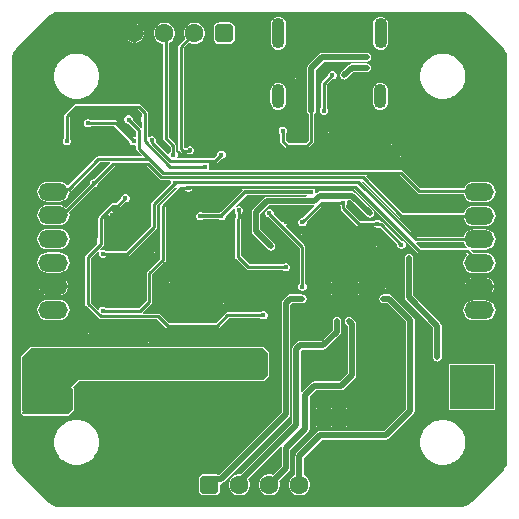
<source format=gbr>
G04*
G04 #@! TF.GenerationSoftware,Altium Limited,Altium Designer,24.8.2 (39)*
G04*
G04 Layer_Physical_Order=4*
G04 Layer_Color=16711680*
%FSLAX44Y44*%
%MOMM*%
G71*
G04*
G04 #@! TF.SameCoordinates,C7BC70F5-E38B-40BF-8CF6-97473964AE68*
G04*
G04*
G04 #@! TF.FilePolarity,Positive*
G04*
G01*
G75*
%ADD91R,3.7000X3.7000*%
%ADD92C,0.5080*%
%ADD93C,0.2540*%
%ADD95C,1.6000*%
G04:AMPARAMS|DCode=96|XSize=1.6mm|YSize=1.6mm|CornerRadius=0.4mm|HoleSize=0mm|Usage=FLASHONLY|Rotation=0.000|XOffset=0mm|YOffset=0mm|HoleType=Round|Shape=RoundedRectangle|*
%AMROUNDEDRECTD96*
21,1,1.6000,0.8000,0,0,0.0*
21,1,0.8000,1.6000,0,0,0.0*
1,1,0.8000,0.4000,-0.4000*
1,1,0.8000,-0.4000,-0.4000*
1,1,0.8000,-0.4000,0.4000*
1,1,0.8000,0.4000,0.4000*
%
%ADD96ROUNDEDRECTD96*%
%ADD97O,2.5000X1.5000*%
%ADD98O,1.1000X2.1000*%
%ADD99O,1.1000X2.6000*%
%ADD100C,0.4500*%
%ADD107C,0.3048*%
G36*
X384182Y421978D02*
X386686Y421480D01*
X389045Y420503D01*
X391167Y419084D01*
X392070Y418182D01*
X418435Y391817D01*
X418435Y391817D01*
X419337Y390914D01*
X420756Y388792D01*
X421733Y386433D01*
X422231Y383929D01*
X422231Y382652D01*
X422231Y42381D01*
X422231Y41105D01*
X421733Y38601D01*
X420756Y36242D01*
X419337Y34119D01*
X418435Y33217D01*
X418435Y33217D01*
X392070Y6852D01*
X392070Y6852D01*
X391167Y5949D01*
X389045Y4531D01*
X386686Y3554D01*
X384182Y3056D01*
X382905D01*
X42635Y3056D01*
X41358Y3056D01*
X38854Y3554D01*
X36495Y4531D01*
X34372Y5949D01*
X33470Y6852D01*
X7105Y33217D01*
X6202Y34119D01*
X4784Y36242D01*
X3807Y38601D01*
X3309Y41105D01*
Y42381D01*
X3309Y382652D01*
X3309Y383929D01*
X3807Y386433D01*
X4784Y388792D01*
X6203Y390914D01*
X7105Y391817D01*
X33470Y418182D01*
X33470Y418182D01*
X34372Y419084D01*
X36495Y420503D01*
X38854Y421480D01*
X41358Y421978D01*
X42635Y421978D01*
X382905Y421978D01*
X384182Y421978D01*
D02*
G37*
%LPC*%
G36*
X107950Y411802D02*
Y405130D01*
X114622D01*
X114135Y406948D01*
X113082Y408772D01*
X111592Y410262D01*
X109768Y411315D01*
X107950Y411802D01*
D02*
G37*
G36*
X105410D02*
X103592Y411315D01*
X101768Y410262D01*
X100278Y408772D01*
X99225Y406948D01*
X98738Y405130D01*
X105410D01*
Y411802D01*
D02*
G37*
G36*
X114622Y402590D02*
X107950D01*
Y395918D01*
X109768Y396405D01*
X111592Y397458D01*
X113082Y398948D01*
X114135Y400772D01*
X114622Y402590D01*
D02*
G37*
G36*
X105410D02*
X98738D01*
X99225Y400772D01*
X100278Y398948D01*
X101768Y397458D01*
X103592Y396405D01*
X105410Y395918D01*
Y402590D01*
D02*
G37*
G36*
X158667Y412876D02*
X156293D01*
X154000Y412262D01*
X151944Y411075D01*
X150265Y409396D01*
X149078Y407340D01*
X148464Y405047D01*
Y402673D01*
X149078Y400380D01*
X149673Y399350D01*
X144402Y394078D01*
X143897Y393322D01*
X143719Y392430D01*
Y306034D01*
X143897Y305142D01*
X144402Y304386D01*
X145890Y302898D01*
X146646Y302393D01*
X147538Y302215D01*
X151277D01*
X151676Y301816D01*
X152970Y301280D01*
X154370D01*
X155664Y301816D01*
X156654Y302806D01*
X157190Y304100D01*
Y305500D01*
X156654Y306794D01*
X155664Y307784D01*
X154370Y308320D01*
X152970D01*
X151676Y307784D01*
X150769Y306877D01*
X148503D01*
X148381Y306999D01*
Y391465D01*
X152970Y396053D01*
X154000Y395458D01*
X156293Y394844D01*
X158667D01*
X160960Y395458D01*
X163016Y396645D01*
X164695Y398324D01*
X165882Y400380D01*
X166496Y402673D01*
Y405047D01*
X165882Y407340D01*
X164695Y409396D01*
X163016Y411075D01*
X160960Y412262D01*
X158667Y412876D01*
D02*
G37*
G36*
X186880Y412974D02*
X178880D01*
X176923Y412585D01*
X175264Y411476D01*
X174155Y409817D01*
X173766Y407860D01*
Y399860D01*
X174155Y397903D01*
X175264Y396244D01*
X176923Y395135D01*
X178880Y394746D01*
X186880D01*
X188837Y395135D01*
X190496Y396244D01*
X191605Y397903D01*
X191994Y399860D01*
Y407860D01*
X191605Y409817D01*
X190496Y411476D01*
X188837Y412585D01*
X186880Y412974D01*
D02*
G37*
G36*
X315000Y417932D02*
X313299Y417708D01*
X311714Y417052D01*
X310353Y416007D01*
X309308Y414646D01*
X308652Y413061D01*
X308428Y411360D01*
Y396360D01*
X308652Y394659D01*
X309308Y393074D01*
X310353Y391713D01*
X311714Y390668D01*
X313299Y390012D01*
X315000Y389788D01*
X316701Y390012D01*
X318286Y390668D01*
X319647Y391713D01*
X320692Y393074D01*
X321348Y394659D01*
X321572Y396360D01*
Y411360D01*
X321348Y413061D01*
X320692Y414646D01*
X319647Y416007D01*
X318286Y417052D01*
X316701Y417708D01*
X315000Y417932D01*
D02*
G37*
G36*
X228600D02*
X226899Y417708D01*
X225314Y417052D01*
X223953Y416007D01*
X222908Y414646D01*
X222252Y413061D01*
X222028Y411360D01*
Y396360D01*
X222252Y394659D01*
X222908Y393074D01*
X223953Y391713D01*
X225314Y390668D01*
X226899Y390012D01*
X228600Y389788D01*
X230301Y390012D01*
X231886Y390668D01*
X233247Y391713D01*
X234292Y393074D01*
X234948Y394659D01*
X235172Y396360D01*
Y411360D01*
X234948Y413061D01*
X234292Y414646D01*
X233247Y416007D01*
X231886Y417052D01*
X230301Y417708D01*
X228600Y417932D01*
D02*
G37*
G36*
X200660Y382909D02*
Y382270D01*
X201299D01*
X201297Y382275D01*
X200665Y382907D01*
X200660Y382909D01*
D02*
G37*
G36*
X198120D02*
X198116Y382907D01*
X197483Y382275D01*
X197481Y382270D01*
X198120D01*
Y382909D01*
D02*
G37*
G36*
X201299Y379730D02*
X200660D01*
Y379091D01*
X200665Y379093D01*
X201297Y379725D01*
X201299Y379730D01*
D02*
G37*
G36*
X198120D02*
X197481D01*
X197483Y379725D01*
X198116Y379093D01*
X198120Y379091D01*
Y379730D01*
D02*
G37*
G36*
X242570Y368939D02*
Y368300D01*
X243209D01*
X243207Y368304D01*
X242575Y368937D01*
X242570Y368939D01*
D02*
G37*
G36*
X240030D02*
X240026Y368937D01*
X239393Y368304D01*
X239391Y368300D01*
X240030D01*
Y368939D01*
D02*
G37*
G36*
X243209Y365760D02*
X242570D01*
Y365121D01*
X242575Y365123D01*
X243207Y365756D01*
X243209Y365760D01*
D02*
G37*
G36*
X240030D02*
X239391D01*
X239393Y365756D01*
X240026Y365123D01*
X240030Y365121D01*
Y365760D01*
D02*
G37*
G36*
X303530Y378276D02*
X290830D01*
X289443Y378000D01*
X288266Y377214D01*
X288266Y377214D01*
X281916Y370864D01*
X281615Y370413D01*
X281496Y370294D01*
X281431Y370138D01*
X281130Y369688D01*
X281025Y369156D01*
X280960Y369000D01*
Y368831D01*
X280854Y368300D01*
X280960Y367769D01*
Y367600D01*
X281025Y367444D01*
X281130Y366912D01*
X281431Y366462D01*
X281496Y366306D01*
X281615Y366187D01*
X281916Y365736D01*
X282367Y365435D01*
X282486Y365316D01*
X282642Y365251D01*
X283092Y364950D01*
X283624Y364845D01*
X283780Y364780D01*
X283949D01*
X284480Y364674D01*
X285011Y364780D01*
X285180D01*
X285336Y364845D01*
X285868Y364950D01*
X286318Y365251D01*
X286474Y365316D01*
X286593Y365435D01*
X287044Y365736D01*
X292332Y371024D01*
X303530D01*
X304061Y371130D01*
X304230D01*
X304386Y371195D01*
X304918Y371300D01*
X305368Y371601D01*
X305524Y371666D01*
X305643Y371785D01*
X306094Y372086D01*
X306395Y372537D01*
X306514Y372656D01*
X306579Y372812D01*
X306880Y373262D01*
X306985Y373794D01*
X307050Y373950D01*
Y374119D01*
X307156Y374650D01*
X307050Y375181D01*
Y375350D01*
X306985Y375506D01*
X306880Y376037D01*
X306579Y376488D01*
X306514Y376644D01*
X306395Y376763D01*
X306094Y377214D01*
X305643Y377515D01*
X305524Y377634D01*
X305368Y377699D01*
X304918Y378000D01*
X304386Y378105D01*
X304230Y378170D01*
X304061D01*
X303530Y378276D01*
D02*
G37*
G36*
X369444Y386556D02*
X366096D01*
X365899Y386517D01*
X365698D01*
X362413Y385863D01*
X362228Y385787D01*
X362031Y385747D01*
X358937Y384466D01*
X358770Y384354D01*
X358585Y384277D01*
X355800Y382417D01*
X355658Y382275D01*
X355491Y382164D01*
X353123Y379796D01*
X353012Y379628D01*
X352870Y379487D01*
X351009Y376702D01*
X350932Y376517D01*
X350821Y376350D01*
X349539Y373256D01*
X349500Y373059D01*
X349423Y372873D01*
X348770Y369589D01*
Y369388D01*
X348731Y369191D01*
Y365842D01*
X348770Y365645D01*
Y365445D01*
X349423Y362160D01*
X349500Y361975D01*
X349539Y361778D01*
X350821Y358684D01*
X350932Y358517D01*
X351009Y358331D01*
X352870Y355547D01*
X353012Y355405D01*
X353123Y355238D01*
X355491Y352870D01*
X355658Y352758D01*
X355800Y352617D01*
X358585Y350756D01*
X358770Y350679D01*
X358937Y350568D01*
X362031Y349286D01*
X362228Y349247D01*
X362413Y349170D01*
X365698Y348517D01*
X365899D01*
X366096Y348478D01*
X369444D01*
X369641Y348517D01*
X369842D01*
X373126Y349170D01*
X373312Y349247D01*
X373509Y349286D01*
X376603Y350568D01*
X376770Y350679D01*
X376955Y350756D01*
X379740Y352617D01*
X379882Y352759D01*
X380049Y352870D01*
X382417Y355238D01*
X382528Y355405D01*
X382670Y355547D01*
X384531Y358331D01*
X384608Y358517D01*
X384719Y358684D01*
X386001Y361778D01*
X386040Y361975D01*
X386117Y362160D01*
X386770Y365445D01*
Y365645D01*
X386809Y365842D01*
Y369191D01*
X386770Y369388D01*
Y369589D01*
X386117Y372873D01*
X386040Y373059D01*
X386001Y373256D01*
X384719Y376350D01*
X384608Y376517D01*
X384531Y376702D01*
X382670Y379487D01*
X382528Y379629D01*
X382417Y379796D01*
X380049Y382164D01*
X379882Y382275D01*
X379740Y382417D01*
X376955Y384277D01*
X376770Y384354D01*
X376603Y384466D01*
X373509Y385747D01*
X373312Y385787D01*
X373126Y385863D01*
X369842Y386517D01*
X369641D01*
X369444Y386556D01*
D02*
G37*
G36*
X59444D02*
X56096D01*
X55899Y386517D01*
X55698D01*
X52414Y385863D01*
X52228Y385787D01*
X52031Y385747D01*
X48937Y384466D01*
X48770Y384354D01*
X48585Y384277D01*
X45800Y382417D01*
X45658Y382275D01*
X45491Y382164D01*
X43123Y379796D01*
X43012Y379628D01*
X42870Y379487D01*
X41009Y376702D01*
X40932Y376517D01*
X40821Y376350D01*
X39539Y373256D01*
X39500Y373059D01*
X39423Y372873D01*
X38770Y369589D01*
Y369388D01*
X38731Y369191D01*
Y365842D01*
X38770Y365645D01*
Y365445D01*
X39423Y362160D01*
X39500Y361975D01*
X39539Y361778D01*
X40821Y358684D01*
X40932Y358517D01*
X41009Y358331D01*
X42870Y355547D01*
X43012Y355405D01*
X43123Y355238D01*
X45491Y352870D01*
X45658Y352758D01*
X45800Y352617D01*
X48585Y350756D01*
X48770Y350679D01*
X48937Y350568D01*
X52031Y349286D01*
X52228Y349247D01*
X52414Y349170D01*
X55698Y348517D01*
X55899D01*
X56096Y348478D01*
X59444D01*
X59641Y348517D01*
X59842D01*
X63127Y349170D01*
X63312Y349247D01*
X63509Y349286D01*
X66603Y350568D01*
X66770Y350679D01*
X66955Y350756D01*
X69740Y352617D01*
X69882Y352759D01*
X70049Y352870D01*
X72417Y355238D01*
X72528Y355405D01*
X72670Y355547D01*
X74531Y358331D01*
X74608Y358517D01*
X74719Y358684D01*
X76001Y361778D01*
X76040Y361975D01*
X76117Y362160D01*
X76770Y365445D01*
Y365645D01*
X76809Y365842D01*
Y369191D01*
X76770Y369388D01*
Y369589D01*
X76117Y372873D01*
X76040Y373059D01*
X76001Y373256D01*
X74719Y376350D01*
X74608Y376517D01*
X74531Y376702D01*
X72670Y379487D01*
X72528Y379629D01*
X72417Y379796D01*
X70049Y382164D01*
X69882Y382275D01*
X69740Y382417D01*
X66955Y384277D01*
X66770Y384354D01*
X66603Y384466D01*
X63509Y385747D01*
X63312Y385787D01*
X63127Y385863D01*
X59842Y386517D01*
X59641D01*
X59444Y386556D01*
D02*
G37*
G36*
X156210Y344809D02*
Y344170D01*
X156849D01*
X156847Y344174D01*
X156215Y344807D01*
X156210Y344809D01*
D02*
G37*
G36*
X153670D02*
X153666Y344807D01*
X153033Y344174D01*
X153031Y344170D01*
X153670D01*
Y344809D01*
D02*
G37*
G36*
X156849Y341630D02*
X156210D01*
Y340991D01*
X156215Y340993D01*
X156847Y341626D01*
X156849Y341630D01*
D02*
G37*
G36*
X153670D02*
X153031D01*
X153033Y341626D01*
X153666Y340993D01*
X153670Y340991D01*
Y341630D01*
D02*
G37*
G36*
X314800Y361932D02*
X313099Y361708D01*
X311514Y361052D01*
X310153Y360007D01*
X309108Y358646D01*
X308452Y357061D01*
X308228Y355360D01*
Y345360D01*
X308452Y343659D01*
X309108Y342074D01*
X310153Y340713D01*
X311514Y339668D01*
X313099Y339012D01*
X314800Y338788D01*
X316501Y339012D01*
X318086Y339668D01*
X319447Y340713D01*
X320492Y342074D01*
X321148Y343659D01*
X321372Y345360D01*
Y355360D01*
X321148Y357061D01*
X320492Y358646D01*
X319447Y360007D01*
X318086Y361052D01*
X316501Y361708D01*
X314800Y361932D01*
D02*
G37*
G36*
X228400D02*
X226699Y361708D01*
X225114Y361052D01*
X223753Y360007D01*
X222708Y358646D01*
X222052Y357061D01*
X221828Y355360D01*
Y345360D01*
X222052Y343659D01*
X222708Y342074D01*
X223753Y340713D01*
X225114Y339668D01*
X226699Y339012D01*
X228400Y338788D01*
X230101Y339012D01*
X231686Y339668D01*
X233047Y340713D01*
X234092Y342074D01*
X234748Y343659D01*
X234972Y345360D01*
Y355360D01*
X234748Y357061D01*
X234092Y358646D01*
X233047Y360007D01*
X231686Y361052D01*
X230101Y361708D01*
X228400Y361932D01*
D02*
G37*
G36*
X275020Y371820D02*
X273620D01*
X272326Y371284D01*
X271336Y370294D01*
X270800Y369000D01*
Y368076D01*
X265427Y362703D01*
X264922Y361947D01*
X264744Y361055D01*
Y340842D01*
X264091Y340189D01*
X263555Y338895D01*
Y337495D01*
X264091Y336201D01*
X265081Y335211D01*
X266375Y334675D01*
X267775D01*
X269069Y335211D01*
X270059Y336201D01*
X270595Y337495D01*
Y338895D01*
X270059Y340189D01*
X269406Y340842D01*
Y360090D01*
X274096Y364780D01*
X275020D01*
X276314Y365316D01*
X277304Y366306D01*
X277840Y367600D01*
Y369000D01*
X277304Y370294D01*
X276314Y371284D01*
X275020Y371820D01*
D02*
G37*
G36*
X109359Y332650D02*
X109354Y332649D01*
X108721Y332016D01*
X108720Y332011D01*
X109359D01*
Y332650D01*
D02*
G37*
G36*
X325120Y329569D02*
Y328930D01*
X325759D01*
X325757Y328935D01*
X325125Y329567D01*
X325120Y329569D01*
D02*
G37*
G36*
X322580D02*
X322575Y329567D01*
X321943Y328935D01*
X321941Y328930D01*
X322580D01*
Y329569D01*
D02*
G37*
G36*
X109359Y329471D02*
X108720D01*
X108721Y329467D01*
X109354Y328834D01*
X109359Y328832D01*
Y329471D01*
D02*
G37*
G36*
X307340Y328299D02*
Y327660D01*
X307979D01*
X307977Y327664D01*
X307344Y328297D01*
X307340Y328299D01*
D02*
G37*
G36*
X304800D02*
X304795Y328297D01*
X304163Y327664D01*
X304161Y327660D01*
X304800D01*
Y328299D01*
D02*
G37*
G36*
X325759Y326390D02*
X325120D01*
Y325751D01*
X325125Y325753D01*
X325757Y326385D01*
X325759Y326390D01*
D02*
G37*
G36*
X322580D02*
X321941D01*
X321943Y326385D01*
X322575Y325753D01*
X322580Y325751D01*
Y326390D01*
D02*
G37*
G36*
X391160Y325759D02*
Y325120D01*
X391799D01*
X391797Y325125D01*
X391165Y325757D01*
X391160Y325759D01*
D02*
G37*
G36*
X388620D02*
X388615Y325757D01*
X387983Y325125D01*
X387981Y325120D01*
X388620D01*
Y325759D01*
D02*
G37*
G36*
X307979Y325120D02*
X307340D01*
Y324481D01*
X307344Y324483D01*
X307977Y325116D01*
X307979Y325120D01*
D02*
G37*
G36*
X304800D02*
X304161D01*
X304163Y325116D01*
X304795Y324483D01*
X304800Y324481D01*
Y325120D01*
D02*
G37*
G36*
X270510Y323219D02*
Y322580D01*
X271149D01*
X271147Y322584D01*
X270515Y323217D01*
X270510Y323219D01*
D02*
G37*
G36*
X267970D02*
X267966Y323217D01*
X267333Y322584D01*
X267331Y322580D01*
X267970D01*
Y323219D01*
D02*
G37*
G36*
X391799Y322580D02*
X391160D01*
Y321941D01*
X391165Y321943D01*
X391797Y322575D01*
X391799Y322580D01*
D02*
G37*
G36*
X388620D02*
X387981D01*
X387983Y322575D01*
X388615Y321943D01*
X388620Y321941D01*
Y322580D01*
D02*
G37*
G36*
X271149Y320040D02*
X270510D01*
Y319401D01*
X270515Y319403D01*
X271147Y320036D01*
X271149Y320040D01*
D02*
G37*
G36*
X267970D02*
X267331D01*
X267333Y320036D01*
X267966Y319403D01*
X267970Y319401D01*
Y320040D01*
D02*
G37*
G36*
X39370Y314329D02*
Y313690D01*
X40009D01*
X40007Y313694D01*
X39374Y314327D01*
X39370Y314329D01*
D02*
G37*
G36*
X36830D02*
X36825Y314327D01*
X36193Y313694D01*
X36191Y313690D01*
X36830D01*
Y314329D01*
D02*
G37*
G36*
X323850Y313059D02*
Y312420D01*
X324489D01*
X324487Y312425D01*
X323854Y313057D01*
X323850Y313059D01*
D02*
G37*
G36*
X321310D02*
X321306Y313057D01*
X320673Y312425D01*
X320671Y312420D01*
X321310D01*
Y313059D01*
D02*
G37*
G36*
X285750Y311789D02*
Y311150D01*
X286389D01*
X286387Y311154D01*
X285755Y311787D01*
X285750Y311789D01*
D02*
G37*
G36*
X283210D02*
X283206Y311787D01*
X282573Y311154D01*
X282571Y311150D01*
X283210D01*
Y311789D01*
D02*
G37*
G36*
X265430Y387166D02*
X264042Y386890D01*
X262866Y386104D01*
X262866Y386104D01*
X253976Y377214D01*
X253190Y376037D01*
X252914Y374650D01*
X252914Y374650D01*
Y337820D01*
X253020Y337289D01*
Y337120D01*
X253085Y336964D01*
X253190Y336432D01*
X253491Y335982D01*
X253556Y335826D01*
X253675Y335707D01*
X253976Y335256D01*
X254209Y335101D01*
Y313603D01*
X251547Y310941D01*
X237185D01*
X234741Y313385D01*
Y318663D01*
X235394Y319316D01*
X235930Y320610D01*
Y322010D01*
X235394Y323304D01*
X234404Y324294D01*
X233110Y324830D01*
X231710D01*
X230416Y324294D01*
X229426Y323304D01*
X228890Y322010D01*
Y320610D01*
X229426Y319316D01*
X230079Y318663D01*
Y312420D01*
X230257Y311528D01*
X230762Y310772D01*
X234572Y306962D01*
X235328Y306457D01*
X236220Y306279D01*
X252512D01*
X253404Y306457D01*
X254160Y306962D01*
X258188Y310990D01*
X258693Y311746D01*
X258871Y312638D01*
Y335101D01*
X259104Y335256D01*
X259405Y335707D01*
X259524Y335826D01*
X259589Y335982D01*
X259890Y336432D01*
X259995Y336964D01*
X260060Y337120D01*
Y337289D01*
X260166Y337820D01*
Y373148D01*
X266932Y379914D01*
X303530D01*
X304061Y380020D01*
X304230D01*
X304386Y380085D01*
X304918Y380190D01*
X305368Y380491D01*
X305524Y380556D01*
X305643Y380675D01*
X306094Y380976D01*
X306395Y381427D01*
X306514Y381546D01*
X306579Y381702D01*
X306880Y382152D01*
X306985Y382684D01*
X307050Y382840D01*
Y383009D01*
X307156Y383540D01*
X307050Y384071D01*
Y384240D01*
X306985Y384396D01*
X306880Y384927D01*
X306579Y385378D01*
X306514Y385534D01*
X306395Y385653D01*
X306094Y386104D01*
X305643Y386405D01*
X305524Y386524D01*
X305368Y386589D01*
X304918Y386890D01*
X304386Y386995D01*
X304230Y387060D01*
X304061D01*
X303530Y387166D01*
X265430D01*
X265430Y387166D01*
D02*
G37*
G36*
X40009Y311150D02*
X39370D01*
Y310511D01*
X39374Y310513D01*
X40007Y311145D01*
X40009Y311150D01*
D02*
G37*
G36*
X36830D02*
X36191D01*
X36193Y311145D01*
X36825Y310513D01*
X36830Y310511D01*
Y311150D01*
D02*
G37*
G36*
X324489Y309880D02*
X323850D01*
Y309241D01*
X323854Y309243D01*
X324487Y309876D01*
X324489Y309880D01*
D02*
G37*
G36*
X321310D02*
X320671D01*
X320673Y309876D01*
X321306Y309243D01*
X321310Y309241D01*
Y309880D01*
D02*
G37*
G36*
X286389Y308610D02*
X285750D01*
Y307971D01*
X285755Y307973D01*
X286387Y308605D01*
X286389Y308610D01*
D02*
G37*
G36*
X283210D02*
X282571D01*
X282573Y308605D01*
X283206Y307973D01*
X283210Y307971D01*
Y308610D01*
D02*
G37*
G36*
X331470Y302899D02*
Y302260D01*
X332109D01*
X332107Y302264D01*
X331474Y302897D01*
X331470Y302899D01*
D02*
G37*
G36*
X328930D02*
X328926Y302897D01*
X328293Y302264D01*
X328291Y302260D01*
X328930D01*
Y302899D01*
D02*
G37*
G36*
X133267Y412876D02*
X130893D01*
X128600Y412262D01*
X126544Y411075D01*
X124865Y409396D01*
X123678Y407340D01*
X123064Y405047D01*
Y402673D01*
X123678Y400380D01*
X124865Y398324D01*
X126544Y396645D01*
X128600Y395458D01*
X130893Y394844D01*
X131019D01*
Y314960D01*
X131197Y314068D01*
X131702Y313312D01*
X137369Y307645D01*
Y303661D01*
X136716Y303008D01*
X136180Y301714D01*
Y301623D01*
X135164Y301202D01*
X124660Y311706D01*
X125017Y312567D01*
Y313967D01*
X124481Y315261D01*
X123491Y316251D01*
X122197Y316787D01*
X120797D01*
X119503Y316251D01*
X118917Y315665D01*
X117901Y316086D01*
Y336550D01*
X117723Y337442D01*
X117218Y338198D01*
X112138Y343278D01*
X111382Y343783D01*
X110490Y343961D01*
X57150D01*
X56258Y343783D01*
X55502Y343278D01*
X47882Y335658D01*
X47377Y334902D01*
X47199Y334010D01*
Y315067D01*
X46546Y314414D01*
X46010Y313120D01*
Y311720D01*
X46546Y310426D01*
X47536Y309436D01*
X48830Y308900D01*
X50230D01*
X51524Y309436D01*
X52514Y310426D01*
X53050Y311720D01*
Y313120D01*
X52514Y314414D01*
X51861Y315067D01*
Y333045D01*
X58115Y339299D01*
X109525D01*
X113239Y335585D01*
Y332750D01*
X112223Y332329D01*
X111903Y332649D01*
X111899Y332650D01*
Y330741D01*
Y328832D01*
X111903Y328834D01*
X112223Y329154D01*
X113239Y328733D01*
Y323912D01*
X112648Y323614D01*
X112223Y323553D01*
X105259Y330518D01*
Y331441D01*
X104723Y332735D01*
X103733Y333725D01*
X102439Y334261D01*
X101039D01*
X99745Y333725D01*
X98755Y332735D01*
X98219Y331441D01*
Y330041D01*
X98755Y328747D01*
X99745Y327757D01*
X101039Y327221D01*
X101963D01*
X108347Y320837D01*
Y316266D01*
X107331Y315632D01*
X106588Y315940D01*
X105664D01*
X92296Y329308D01*
X91539Y329813D01*
X90647Y329991D01*
X69957D01*
X69304Y330644D01*
X68010Y331180D01*
X66610D01*
X65316Y330644D01*
X64326Y329654D01*
X63790Y328360D01*
Y326960D01*
X64326Y325666D01*
X65316Y324676D01*
X66610Y324140D01*
X68010D01*
X69304Y324676D01*
X69957Y325329D01*
X89682D01*
X102367Y312644D01*
Y311720D01*
X102903Y310426D01*
X103894Y309436D01*
X105187Y308900D01*
X106588D01*
X107331Y309208D01*
X108347Y308574D01*
Y305882D01*
X108524Y304991D01*
X109029Y304234D01*
X112814Y300450D01*
X112425Y299511D01*
X76200D01*
X75308Y299333D01*
X74552Y298828D01*
X50732Y275008D01*
X49718Y275074D01*
X49174Y275784D01*
X47395Y277149D01*
X45323Y278007D01*
X43100Y278300D01*
X33100D01*
X30877Y278007D01*
X28805Y277149D01*
X27026Y275784D01*
X25661Y274005D01*
X24803Y271933D01*
X24511Y269710D01*
X24803Y267487D01*
X25661Y265415D01*
X27026Y263636D01*
X28805Y262271D01*
X30877Y261413D01*
X33100Y261121D01*
X43100D01*
X45323Y261413D01*
X47395Y262271D01*
X49174Y263636D01*
X50539Y265415D01*
X51397Y267487D01*
X51690Y269710D01*
X51668Y269874D01*
X52006Y269941D01*
X52762Y270446D01*
X77165Y294849D01*
X85773D01*
X86162Y293911D01*
X72632Y280380D01*
X71690D01*
X70396Y279844D01*
X69406Y278854D01*
X68870Y277560D01*
Y276618D01*
X48530Y256278D01*
X47395Y257149D01*
X45323Y258007D01*
X43100Y258300D01*
X33100D01*
X30877Y258007D01*
X28805Y257149D01*
X27026Y255784D01*
X25661Y254005D01*
X24803Y251933D01*
X24511Y249710D01*
X24803Y247487D01*
X25661Y245415D01*
X27026Y243636D01*
X28805Y242271D01*
X30877Y241413D01*
X33100Y241120D01*
X43100D01*
X45323Y241413D01*
X47395Y242271D01*
X49174Y243636D01*
X50539Y245415D01*
X51397Y247487D01*
X51690Y249710D01*
X51397Y251933D01*
X51215Y252371D01*
X72184Y273340D01*
X73090D01*
X74384Y273876D01*
X75374Y274866D01*
X75910Y276160D01*
Y277066D01*
X89883Y291039D01*
X117145D01*
X127892Y280292D01*
X128648Y279787D01*
X129540Y279609D01*
X136976D01*
X137611Y278593D01*
X137303Y277850D01*
Y276926D01*
X121542Y261165D01*
X121037Y260409D01*
X120859Y259517D01*
Y240995D01*
X99365Y219501D01*
X82657D01*
X82004Y220154D01*
X80710Y220690D01*
X79310D01*
X78016Y220154D01*
X77026Y219164D01*
X76490Y217870D01*
Y216470D01*
X77026Y215176D01*
X78016Y214186D01*
X79310Y213650D01*
X80710D01*
X82004Y214186D01*
X82657Y214839D01*
X100330D01*
X101222Y215017D01*
X101978Y215522D01*
X124838Y238382D01*
X125343Y239138D01*
X125521Y240030D01*
Y258552D01*
X140599Y273630D01*
X141523D01*
X142162Y273895D01*
X142737Y273033D01*
X129162Y259458D01*
X128657Y258702D01*
X128479Y257810D01*
Y213055D01*
X117732Y202308D01*
X117227Y201552D01*
X117049Y200660D01*
Y177495D01*
X110795Y171241D01*
X82657D01*
X82004Y171894D01*
X80710Y172430D01*
X79310D01*
X78016Y171894D01*
X77026Y170904D01*
X76718Y170161D01*
X75551Y169891D01*
X69641Y175801D01*
Y213242D01*
X80098Y223699D01*
X80603Y224455D01*
X80781Y225347D01*
Y246819D01*
X84364Y250402D01*
X85380Y249981D01*
Y249743D01*
X85723Y248916D01*
X86355Y248283D01*
X86360Y248281D01*
Y250190D01*
X87630D01*
Y251460D01*
X89539D01*
X89537Y251465D01*
X88904Y252097D01*
X88077Y252440D01*
X87839D01*
X87418Y253456D01*
X89611Y255649D01*
X92879D01*
X93771Y255826D01*
X94528Y256331D01*
X98836Y260640D01*
X99760D01*
X101054Y261176D01*
X102044Y262166D01*
X102580Y263460D01*
Y264860D01*
X102044Y266154D01*
X101054Y267144D01*
X99760Y267680D01*
X98360D01*
X97066Y267144D01*
X96076Y266154D01*
X95540Y264860D01*
Y263936D01*
X91914Y260310D01*
X88645D01*
X87753Y260133D01*
X86997Y259628D01*
X76802Y249432D01*
X76297Y248676D01*
X76119Y247784D01*
Y230760D01*
X75103Y230339D01*
X74935Y230507D01*
X74930Y230509D01*
Y228600D01*
Y226057D01*
X75393Y225823D01*
X75432Y225625D01*
X65662Y215855D01*
X65157Y215099D01*
X64979Y214207D01*
Y174836D01*
X65157Y173944D01*
X65662Y173188D01*
X76378Y162472D01*
X77134Y161967D01*
X78026Y161789D01*
X126035D01*
X133262Y154562D01*
X134018Y154057D01*
X134910Y153879D01*
X176470D01*
X177362Y154057D01*
X178118Y154562D01*
X186385Y162829D01*
X213253D01*
X213906Y162176D01*
X215200Y161640D01*
X216600D01*
X217894Y162176D01*
X218884Y163166D01*
X219420Y164460D01*
Y165860D01*
X218884Y167154D01*
X217894Y168144D01*
X216600Y168680D01*
X215200D01*
X213906Y168144D01*
X213253Y167491D01*
X185420D01*
X184528Y167313D01*
X183772Y166808D01*
X175505Y158541D01*
X135875D01*
X128648Y165768D01*
X127892Y166273D01*
X127000Y166451D01*
X113995D01*
X113843Y166661D01*
X113613Y167467D01*
X121028Y174882D01*
X121533Y175638D01*
X121711Y176530D01*
Y199695D01*
X132458Y210442D01*
X132963Y211198D01*
X133141Y212090D01*
Y256845D01*
X147015Y270719D01*
X149753D01*
X150406Y270066D01*
X151700Y269530D01*
X153100D01*
X154394Y270066D01*
X155384Y271056D01*
X155651Y271699D01*
X198020D01*
X198441Y270683D01*
X180198Y252440D01*
X179640D01*
X178346Y251904D01*
X177952Y251510D01*
X164948D01*
X164554Y251904D01*
X163260Y252440D01*
X161860D01*
X160566Y251904D01*
X159576Y250914D01*
X159040Y249620D01*
Y248220D01*
X159576Y246926D01*
X160566Y245936D01*
X161860Y245400D01*
X163260D01*
X164554Y245936D01*
X164948Y246330D01*
X177952D01*
X178346Y245936D01*
X179640Y245400D01*
X181040D01*
X182334Y245936D01*
X183324Y246926D01*
X183860Y248220D01*
Y248778D01*
X190779Y255696D01*
X191640Y255121D01*
X191398Y254537D01*
Y253136D01*
X191934Y251843D01*
X192587Y251189D01*
Y248043D01*
X192157Y247398D01*
X191979Y246507D01*
Y214630D01*
X192157Y213738D01*
X192662Y212982D01*
X201552Y204092D01*
X202308Y203587D01*
X203200Y203409D01*
X232303D01*
X232956Y202756D01*
X234250Y202220D01*
X235650D01*
X236944Y202756D01*
X237934Y203746D01*
X238470Y205040D01*
Y206440D01*
X237934Y207734D01*
X236944Y208724D01*
X235650Y209260D01*
X234250D01*
X232956Y208724D01*
X232303Y208071D01*
X204165D01*
X196641Y215595D01*
Y245578D01*
X197071Y246223D01*
X197249Y247115D01*
Y251189D01*
X197902Y251843D01*
X198438Y253136D01*
Y254537D01*
X197902Y255830D01*
X196912Y256821D01*
X195618Y257356D01*
X194218D01*
X193634Y257115D01*
X193058Y257976D01*
X201733Y266650D01*
X252553D01*
X252619Y266552D01*
X252076Y265536D01*
X218730D01*
X218730Y265536D01*
X217342Y265260D01*
X216166Y264474D01*
X216166Y264474D01*
X206986Y255294D01*
X206200Y254118D01*
X205924Y252730D01*
X205924Y252730D01*
Y236220D01*
X205924Y236220D01*
X206200Y234832D01*
X206986Y233656D01*
X219686Y220956D01*
X220137Y220655D01*
X220256Y220536D01*
X220412Y220471D01*
X220863Y220170D01*
X221394Y220065D01*
X221550Y220000D01*
X221719D01*
X222250Y219894D01*
X222781Y220000D01*
X222950D01*
X223106Y220065D01*
X223638Y220170D01*
X224088Y220471D01*
X224244Y220536D01*
X224363Y220655D01*
X224814Y220956D01*
X225115Y221407D01*
X225234Y221526D01*
X225299Y221682D01*
X225600Y222132D01*
X225705Y222664D01*
X225770Y222820D01*
Y222989D01*
X225876Y223520D01*
X225770Y224051D01*
Y224220D01*
X225705Y224376D01*
X225600Y224907D01*
X225299Y225358D01*
X225234Y225514D01*
X225115Y225633D01*
X224814Y226084D01*
X213176Y237722D01*
Y251228D01*
X220232Y258284D01*
X258631D01*
X259054Y257270D01*
X249144Y247360D01*
X248220D01*
X246926Y246824D01*
X245936Y245834D01*
X245400Y244540D01*
Y243140D01*
X245936Y241846D01*
X246926Y240856D01*
X248220Y240320D01*
X249620D01*
X250914Y240856D01*
X251904Y241846D01*
X252440Y243140D01*
Y244064D01*
X266395Y258019D01*
X280563D01*
X281216Y257366D01*
X281254Y257350D01*
Y255475D01*
X281432Y254583D01*
X281937Y253827D01*
X294842Y240922D01*
X295598Y240417D01*
X296490Y240239D01*
X309773D01*
X310426Y239586D01*
X311720Y239050D01*
X313120D01*
X314414Y239586D01*
X314531Y239703D01*
X329220Y225014D01*
Y224090D01*
X329756Y222796D01*
X330746Y221806D01*
X332040Y221270D01*
X333440D01*
X334734Y221806D01*
X335724Y222796D01*
X336260Y224090D01*
Y225490D01*
X335724Y226784D01*
X334734Y227774D01*
X333440Y228310D01*
X332516D01*
X316983Y243843D01*
X316227Y244348D01*
X315427Y244507D01*
X315404Y244564D01*
X314414Y245554D01*
X313120Y246090D01*
X311720D01*
X310426Y245554D01*
X309773Y244901D01*
X297455D01*
X285916Y256440D01*
Y258078D01*
X286194Y258356D01*
X286730Y259650D01*
Y261050D01*
X286432Y261768D01*
X287081Y262784D01*
X289618D01*
X303506Y248896D01*
X303957Y248595D01*
X304076Y248476D01*
X304232Y248411D01*
X304683Y248110D01*
X305214Y248005D01*
X305370Y247940D01*
X305539D01*
X306070Y247834D01*
X306601Y247940D01*
X306770D01*
X306926Y248005D01*
X307458Y248110D01*
X307908Y248411D01*
X308064Y248476D01*
X308183Y248595D01*
X308634Y248896D01*
X308935Y249347D01*
X309054Y249466D01*
X309119Y249622D01*
X309420Y250072D01*
X309525Y250604D01*
X309590Y250760D01*
Y250929D01*
X309696Y251460D01*
X309590Y251991D01*
Y252160D01*
X309525Y252316D01*
X309420Y252847D01*
X309119Y253298D01*
X309054Y253454D01*
X308935Y253573D01*
X308634Y254024D01*
X293684Y268974D01*
X292507Y269760D01*
X291120Y270036D01*
X291120Y270036D01*
X263550D01*
X263550Y270036D01*
X262163Y269760D01*
X260986Y268974D01*
X260986Y268974D01*
X260359Y268347D01*
X260338Y268351D01*
X259421Y268845D01*
Y269940D01*
X259113Y270683D01*
X259747Y271699D01*
X292695D01*
X346332Y218062D01*
X347088Y217557D01*
X347980Y217379D01*
X387335D01*
X388126Y216588D01*
X388059Y215574D01*
X387706Y215304D01*
X386341Y213525D01*
X385483Y211453D01*
X385191Y209230D01*
X385483Y207007D01*
X386341Y204935D01*
X387706Y203156D01*
X389485Y201791D01*
X391557Y200933D01*
X393780Y200641D01*
X403780D01*
X406003Y200933D01*
X408075Y201791D01*
X409854Y203156D01*
X411219Y204935D01*
X412077Y207007D01*
X412369Y209230D01*
X412077Y211453D01*
X411219Y213525D01*
X409854Y215304D01*
X408075Y216669D01*
X406003Y217527D01*
X403780Y217819D01*
X393780D01*
X393375Y217766D01*
X393044Y218262D01*
X391320Y219986D01*
X391848Y220895D01*
X393780Y220641D01*
X403780D01*
X406003Y220933D01*
X408075Y221791D01*
X409854Y223156D01*
X411219Y224935D01*
X412077Y227007D01*
X412369Y229230D01*
X412077Y231453D01*
X411219Y233525D01*
X409854Y235304D01*
X408075Y236669D01*
X406003Y237527D01*
X403780Y237819D01*
X393780D01*
X391557Y237527D01*
X389485Y236669D01*
X387706Y235304D01*
X386341Y233525D01*
X385528Y231561D01*
X345775D01*
X299531Y277805D01*
X299865Y278908D01*
X299983Y278931D01*
X331092Y247822D01*
X331848Y247317D01*
X332740Y247139D01*
X385466D01*
X385483Y247007D01*
X386341Y244935D01*
X387706Y243156D01*
X389485Y241791D01*
X391557Y240933D01*
X393780Y240641D01*
X403780D01*
X406003Y240933D01*
X408075Y241791D01*
X409854Y243156D01*
X411219Y244935D01*
X412077Y247007D01*
X412369Y249230D01*
X412077Y251453D01*
X411219Y253525D01*
X409854Y255304D01*
X408075Y256669D01*
X406003Y257527D01*
X403780Y257819D01*
X393780D01*
X391557Y257527D01*
X389485Y256669D01*
X387706Y255304D01*
X386341Y253525D01*
X385627Y251801D01*
X333705D01*
X303026Y282481D01*
X303414Y283419D01*
X331244D01*
X345802Y268862D01*
X346558Y268357D01*
X346695Y268329D01*
X347088Y268067D01*
X347980Y267889D01*
X385367D01*
X385483Y267007D01*
X386341Y264935D01*
X387706Y263156D01*
X389485Y261791D01*
X391557Y260933D01*
X393780Y260641D01*
X403780D01*
X406003Y260933D01*
X408075Y261791D01*
X409854Y263156D01*
X411219Y264935D01*
X412077Y267007D01*
X412369Y269230D01*
X412077Y271453D01*
X411219Y273525D01*
X409854Y275304D01*
X408075Y276669D01*
X406003Y277527D01*
X403780Y277819D01*
X393780D01*
X391557Y277527D01*
X389485Y276669D01*
X387706Y275304D01*
X386341Y273525D01*
X385938Y272551D01*
X349040D01*
X348872Y272663D01*
X348523Y272733D01*
X333858Y287398D01*
X333102Y287903D01*
X332210Y288081D01*
X169926D01*
X169462Y289097D01*
X169890Y290130D01*
Y291530D01*
X169462Y292563D01*
X169926Y293579D01*
X175260D01*
X176152Y293757D01*
X176908Y294262D01*
X180116Y297470D01*
X181040D01*
X182334Y298006D01*
X183324Y298996D01*
X183860Y300290D01*
Y301690D01*
X183324Y302984D01*
X182334Y303974D01*
X181040Y304510D01*
X179640D01*
X178346Y303974D01*
X177356Y302984D01*
X176820Y301690D01*
Y300766D01*
X174295Y298241D01*
X143232D01*
X142782Y299257D01*
X143220Y300314D01*
Y301714D01*
X142684Y303008D01*
X142031Y303661D01*
Y308610D01*
X141853Y309502D01*
X141348Y310258D01*
X135681Y315925D01*
Y395528D01*
X137616Y396645D01*
X139295Y398324D01*
X140482Y400380D01*
X141096Y402673D01*
Y405047D01*
X140482Y407340D01*
X139295Y409396D01*
X137616Y411075D01*
X135560Y412262D01*
X133267Y412876D01*
D02*
G37*
G36*
X275590Y301629D02*
Y300990D01*
X276229D01*
X276227Y300994D01*
X275595Y301627D01*
X275590Y301629D01*
D02*
G37*
G36*
X273050D02*
X273046Y301627D01*
X272413Y300994D01*
X272411Y300990D01*
X273050D01*
Y301629D01*
D02*
G37*
G36*
X332109Y299720D02*
X331470D01*
Y299081D01*
X331474Y299083D01*
X332107Y299715D01*
X332109Y299720D01*
D02*
G37*
G36*
X328930D02*
X328291D01*
X328293Y299715D01*
X328926Y299083D01*
X328930Y299081D01*
Y299720D01*
D02*
G37*
G36*
X276229Y298450D02*
X275590D01*
Y297811D01*
X275595Y297813D01*
X276227Y298445D01*
X276229Y298450D01*
D02*
G37*
G36*
X273050D02*
X272411D01*
X272413Y298445D01*
X273046Y297813D01*
X273050Y297811D01*
Y298450D01*
D02*
G37*
G36*
X232410Y294009D02*
Y293370D01*
X233049D01*
X233047Y293375D01*
X232414Y294007D01*
X232410Y294009D01*
D02*
G37*
G36*
X229870D02*
X229865Y294007D01*
X229233Y293375D01*
X229231Y293370D01*
X229870D01*
Y294009D01*
D02*
G37*
G36*
X233049Y290830D02*
X232410D01*
Y290191D01*
X232414Y290193D01*
X233047Y290826D01*
X233049Y290830D01*
D02*
G37*
G36*
X229870D02*
X229231D01*
X229233Y290826D01*
X229865Y290193D01*
X229870Y290191D01*
Y290830D01*
D02*
G37*
G36*
X102870Y288929D02*
Y288290D01*
X103509D01*
X103507Y288295D01*
X102874Y288927D01*
X102870Y288929D01*
D02*
G37*
G36*
X100330D02*
X100325Y288927D01*
X99693Y288295D01*
X99691Y288290D01*
X100330D01*
Y288929D01*
D02*
G37*
G36*
X93980D02*
Y288290D01*
X94619D01*
X94617Y288295D01*
X93984Y288927D01*
X93980Y288929D01*
D02*
G37*
G36*
X91440D02*
X91435Y288927D01*
X90803Y288295D01*
X90801Y288290D01*
X91440D01*
Y288929D01*
D02*
G37*
G36*
X103509Y285750D02*
X102870D01*
Y285111D01*
X102874Y285113D01*
X103507Y285746D01*
X103509Y285750D01*
D02*
G37*
G36*
X100330D02*
X99691D01*
X99693Y285746D01*
X100325Y285113D01*
X100330Y285111D01*
Y285750D01*
D02*
G37*
G36*
X94619D02*
X93980D01*
Y285111D01*
X93984Y285113D01*
X94617Y285746D01*
X94619Y285750D01*
D02*
G37*
G36*
X91440D02*
X90801D01*
X90803Y285746D01*
X91435Y285113D01*
X91440Y285111D01*
Y285750D01*
D02*
G37*
G36*
X176530Y258449D02*
Y257810D01*
X177169D01*
X177167Y257815D01*
X176535Y258447D01*
X176530Y258449D01*
D02*
G37*
G36*
X173990D02*
X173986Y258447D01*
X173353Y257815D01*
X173351Y257810D01*
X173990D01*
Y258449D01*
D02*
G37*
G36*
X177169Y255270D02*
X176530D01*
Y254631D01*
X176535Y254633D01*
X177167Y255266D01*
X177169Y255270D01*
D02*
G37*
G36*
X173990D02*
X173351D01*
X173353Y255266D01*
X173986Y254633D01*
X173990Y254631D01*
Y255270D01*
D02*
G37*
G36*
X89539Y248920D02*
X88900D01*
Y248281D01*
X88904Y248283D01*
X89537Y248916D01*
X89539Y248920D01*
D02*
G37*
G36*
X260350Y245749D02*
Y245110D01*
X260989D01*
X260987Y245114D01*
X260354Y245747D01*
X260350Y245749D01*
D02*
G37*
G36*
X257810D02*
X257806Y245747D01*
X257173Y245114D01*
X257171Y245110D01*
X257810D01*
Y245749D01*
D02*
G37*
G36*
X236220D02*
Y245110D01*
X236859D01*
X236857Y245114D01*
X236224Y245747D01*
X236220Y245749D01*
D02*
G37*
G36*
X260989Y242570D02*
X260350D01*
Y241931D01*
X260354Y241933D01*
X260987Y242565D01*
X260989Y242570D01*
D02*
G37*
G36*
X257810D02*
X257171D01*
X257173Y242565D01*
X257806Y241933D01*
X257810Y241931D01*
Y242570D01*
D02*
G37*
G36*
X247650Y236859D02*
Y236220D01*
X248289D01*
X248287Y236224D01*
X247654Y236857D01*
X247650Y236859D01*
D02*
G37*
G36*
X245110D02*
X245105Y236857D01*
X244473Y236224D01*
X244471Y236220D01*
X245110D01*
Y236859D01*
D02*
G37*
G36*
X248289Y233680D02*
X247650D01*
Y233041D01*
X247654Y233043D01*
X248287Y233675D01*
X248289Y233680D01*
D02*
G37*
G36*
X245110D02*
X244471D01*
X244473Y233675D01*
X245105Y233043D01*
X245110Y233041D01*
Y233680D01*
D02*
G37*
G36*
X72390Y230509D02*
X72386Y230507D01*
X71753Y229874D01*
X71751Y229870D01*
X72390D01*
Y230509D01*
D02*
G37*
G36*
Y227330D02*
X71751D01*
X71753Y227325D01*
X72386Y226693D01*
X72390Y226691D01*
Y227330D01*
D02*
G37*
G36*
X311150Y226699D02*
Y226060D01*
X311789D01*
X311787Y226064D01*
X311154Y226697D01*
X311150Y226699D01*
D02*
G37*
G36*
X308610D02*
X308605Y226697D01*
X307973Y226064D01*
X307971Y226060D01*
X308610D01*
Y226699D01*
D02*
G37*
G36*
X311789Y223520D02*
X311150D01*
Y222881D01*
X311154Y222883D01*
X311787Y223515D01*
X311789Y223520D01*
D02*
G37*
G36*
X308610D02*
X307971D01*
X307973Y223515D01*
X308605Y222883D01*
X308610Y222881D01*
Y223520D01*
D02*
G37*
G36*
X43100Y238300D02*
X33100D01*
X30877Y238007D01*
X28805Y237149D01*
X27026Y235784D01*
X25661Y234005D01*
X24803Y231933D01*
X24511Y229710D01*
X24803Y227487D01*
X25661Y225415D01*
X27026Y223636D01*
X28805Y222271D01*
X30877Y221413D01*
X33100Y221120D01*
X43100D01*
X45323Y221413D01*
X47395Y222271D01*
X49174Y223636D01*
X50539Y225415D01*
X51397Y227487D01*
X51690Y229710D01*
X51397Y231933D01*
X50539Y234005D01*
X49174Y235784D01*
X47395Y237149D01*
X45323Y238007D01*
X43100Y238300D01*
D02*
G37*
G36*
X123190Y221619D02*
Y220980D01*
X123829D01*
X123827Y220984D01*
X123195Y221617D01*
X123190Y221619D01*
D02*
G37*
G36*
X120650D02*
X120646Y221617D01*
X120013Y220984D01*
X120011Y220980D01*
X120650D01*
Y221619D01*
D02*
G37*
G36*
X123829Y218440D02*
X123190D01*
Y217801D01*
X123195Y217803D01*
X123827Y218435D01*
X123829Y218440D01*
D02*
G37*
G36*
X120650D02*
X120011D01*
X120013Y218435D01*
X120646Y217803D01*
X120650Y217801D01*
Y218440D01*
D02*
G37*
G36*
X186690Y210189D02*
Y209550D01*
X187329D01*
X187327Y209555D01*
X186695Y210187D01*
X186690Y210189D01*
D02*
G37*
G36*
X184150D02*
X184146Y210187D01*
X183513Y209555D01*
X183511Y209550D01*
X184150D01*
Y210189D01*
D02*
G37*
G36*
X140970D02*
Y209550D01*
X141609D01*
X141607Y209555D01*
X140975Y210187D01*
X140970Y210189D01*
D02*
G37*
G36*
X138430D02*
X138426Y210187D01*
X137793Y209555D01*
X137791Y209550D01*
X138430D01*
Y210189D01*
D02*
G37*
G36*
X295910Y207649D02*
Y207010D01*
X296549D01*
X296547Y207015D01*
X295914Y207647D01*
X295910Y207649D01*
D02*
G37*
G36*
X293370D02*
X293365Y207647D01*
X292733Y207015D01*
X292731Y207010D01*
X293370D01*
Y207649D01*
D02*
G37*
G36*
X284480D02*
Y207010D01*
X285119D01*
X285117Y207015D01*
X284485Y207647D01*
X284480Y207649D01*
D02*
G37*
G36*
X281940D02*
X281936Y207647D01*
X281303Y207015D01*
X281301Y207010D01*
X281940D01*
Y207649D01*
D02*
G37*
G36*
X273050D02*
Y207010D01*
X273689D01*
X273687Y207015D01*
X273055Y207647D01*
X273050Y207649D01*
D02*
G37*
G36*
X270510D02*
X270506Y207647D01*
X269873Y207015D01*
X269871Y207010D01*
X270510D01*
Y207649D01*
D02*
G37*
G36*
X187329Y207010D02*
X186690D01*
Y206371D01*
X186695Y206373D01*
X187327Y207006D01*
X187329Y207010D01*
D02*
G37*
G36*
X184150D02*
X183511D01*
X183513Y207006D01*
X184146Y206373D01*
X184150Y206371D01*
Y207010D01*
D02*
G37*
G36*
X141609D02*
X140970D01*
Y206371D01*
X140975Y206373D01*
X141607Y207006D01*
X141609Y207010D01*
D02*
G37*
G36*
X138430D02*
X137791D01*
X137793Y207006D01*
X138426Y206373D01*
X138430Y206371D01*
Y207010D01*
D02*
G37*
G36*
X296549Y204470D02*
X295910D01*
Y203831D01*
X295914Y203833D01*
X296547Y204466D01*
X296549Y204470D01*
D02*
G37*
G36*
X293370D02*
X292731D01*
X292733Y204466D01*
X293365Y203833D01*
X293370Y203831D01*
Y204470D01*
D02*
G37*
G36*
X285119D02*
X284480D01*
Y203831D01*
X284485Y203833D01*
X285117Y204466D01*
X285119Y204470D01*
D02*
G37*
G36*
X281940D02*
X281301D01*
X281303Y204466D01*
X281936Y203833D01*
X281940Y203831D01*
Y204470D01*
D02*
G37*
G36*
X273689D02*
X273050D01*
Y203831D01*
X273055Y203833D01*
X273687Y204466D01*
X273689Y204470D01*
D02*
G37*
G36*
X270510D02*
X269871D01*
X269873Y204466D01*
X270506Y203833D01*
X270510Y203831D01*
Y204470D01*
D02*
G37*
G36*
X43100Y218300D02*
X33100D01*
X30877Y218007D01*
X28805Y217149D01*
X27026Y215784D01*
X25661Y214005D01*
X24803Y211933D01*
X24511Y209710D01*
X24803Y207487D01*
X25661Y205415D01*
X27026Y203636D01*
X28805Y202271D01*
X30877Y201413D01*
X33100Y201120D01*
X43100D01*
X45323Y201413D01*
X47395Y202271D01*
X49174Y203636D01*
X50539Y205415D01*
X51397Y207487D01*
X51690Y209710D01*
X51397Y211933D01*
X50539Y214005D01*
X49174Y215784D01*
X47395Y217149D01*
X45323Y218007D01*
X43100Y218300D01*
D02*
G37*
G36*
X295910Y196219D02*
Y195580D01*
X296549D01*
X296547Y195585D01*
X295914Y196217D01*
X295910Y196219D01*
D02*
G37*
G36*
X293370D02*
X293365Y196217D01*
X292733Y195585D01*
X292731Y195580D01*
X293370D01*
Y196219D01*
D02*
G37*
G36*
X284480D02*
Y195580D01*
X285119D01*
X285117Y195585D01*
X284485Y196217D01*
X284480Y196219D01*
D02*
G37*
G36*
X281940D02*
X281936Y196217D01*
X281303Y195585D01*
X281301Y195580D01*
X281940D01*
Y196219D01*
D02*
G37*
G36*
X273050D02*
Y195580D01*
X273689D01*
X273687Y195585D01*
X273055Y196217D01*
X273050Y196219D01*
D02*
G37*
G36*
X270510D02*
X270506Y196217D01*
X269873Y195585D01*
X269871Y195580D01*
X270510D01*
Y196219D01*
D02*
G37*
G36*
X135890D02*
Y195580D01*
X136529D01*
X136527Y195585D01*
X135894Y196217D01*
X135890Y196219D01*
D02*
G37*
G36*
X133350D02*
X133345Y196217D01*
X132713Y195585D01*
X132711Y195580D01*
X133350D01*
Y196219D01*
D02*
G37*
G36*
X296549Y193040D02*
X295910D01*
Y192401D01*
X295914Y192403D01*
X296547Y193036D01*
X296549Y193040D01*
D02*
G37*
G36*
X293370D02*
X292731D01*
X292733Y193036D01*
X293365Y192403D01*
X293370Y192401D01*
Y193040D01*
D02*
G37*
G36*
X285119D02*
X284480D01*
Y192401D01*
X284485Y192403D01*
X285117Y193036D01*
X285119Y193040D01*
D02*
G37*
G36*
X281940D02*
X281301D01*
X281303Y193036D01*
X281936Y192403D01*
X281940Y192401D01*
Y193040D01*
D02*
G37*
G36*
X273689D02*
X273050D01*
Y192401D01*
X273055Y192403D01*
X273687Y193036D01*
X273689Y193040D01*
D02*
G37*
G36*
X270510D02*
X269871D01*
X269873Y193036D01*
X270506Y192403D01*
X270510Y192401D01*
Y193040D01*
D02*
G37*
G36*
X136529D02*
X135890D01*
Y192401D01*
X135894Y192403D01*
X136527Y193036D01*
X136529Y193040D01*
D02*
G37*
G36*
X133350D02*
X132711D01*
X132713Y193036D01*
X133345Y192403D01*
X133350Y192401D01*
Y193040D01*
D02*
G37*
G36*
X43100Y197275D02*
X39370D01*
Y190980D01*
X50497D01*
X50407Y191668D01*
X49651Y193492D01*
X48449Y195059D01*
X46882Y196261D01*
X45058Y197017D01*
X43100Y197275D01*
D02*
G37*
G36*
X36830D02*
X33100D01*
X31142Y197017D01*
X29318Y196261D01*
X27751Y195059D01*
X26549Y193492D01*
X25793Y191668D01*
X25703Y190980D01*
X36830D01*
Y197275D01*
D02*
G37*
G36*
X403780Y196795D02*
X400050D01*
Y190500D01*
X411177D01*
X411087Y191188D01*
X410331Y193012D01*
X409129Y194579D01*
X407562Y195781D01*
X405738Y196537D01*
X403780Y196795D01*
D02*
G37*
G36*
X318770Y191139D02*
Y190500D01*
X319409D01*
X319407Y190504D01*
X318775Y191137D01*
X318770Y191139D01*
D02*
G37*
G36*
X316230D02*
X316225Y191137D01*
X315593Y190504D01*
X315591Y190500D01*
X316230D01*
Y191139D01*
D02*
G37*
G36*
X397510Y196795D02*
X393780D01*
X391822Y196537D01*
X389998Y195781D01*
X388431Y194579D01*
X387229Y193012D01*
X386473Y191188D01*
X386382Y190500D01*
X397510D01*
Y196795D01*
D02*
G37*
G36*
X319409Y187960D02*
X318770D01*
Y187321D01*
X318775Y187323D01*
X319407Y187955D01*
X319409Y187960D01*
D02*
G37*
G36*
X316230D02*
X315591D01*
X315593Y187955D01*
X316225Y187323D01*
X316230Y187321D01*
Y187960D01*
D02*
G37*
G36*
X221680Y254980D02*
X220280D01*
X218986Y254444D01*
X217996Y253454D01*
X217460Y252160D01*
Y250760D01*
X217996Y249466D01*
X218986Y248476D01*
X220280Y247940D01*
X220780D01*
X246589Y222131D01*
Y191877D01*
X245936Y191224D01*
X245400Y189930D01*
Y188530D01*
X245936Y187236D01*
X246926Y186246D01*
X248220Y185710D01*
X249620D01*
X250914Y186246D01*
X251904Y187236D01*
X252440Y188530D01*
Y189930D01*
X251904Y191224D01*
X251251Y191877D01*
Y223096D01*
X251073Y223988D01*
X250568Y224744D01*
X234738Y240574D01*
X235159Y241590D01*
X235397D01*
X236224Y241933D01*
X236857Y242565D01*
X236859Y242570D01*
X234950D01*
Y243840D01*
X233680D01*
Y245749D01*
X233675Y245747D01*
X233043Y245114D01*
X232700Y244287D01*
Y244049D01*
X231684Y243628D01*
X224500Y250812D01*
Y252160D01*
X223964Y253454D01*
X222974Y254444D01*
X221680Y254980D01*
D02*
G37*
G36*
X295910Y186059D02*
Y185420D01*
X296549D01*
X296547Y185424D01*
X295914Y186057D01*
X295910Y186059D01*
D02*
G37*
G36*
X293370D02*
X293365Y186057D01*
X292733Y185424D01*
X292731Y185420D01*
X293370D01*
Y186059D01*
D02*
G37*
G36*
X284480D02*
Y185420D01*
X285119D01*
X285117Y185424D01*
X284485Y186057D01*
X284480Y186059D01*
D02*
G37*
G36*
X281940D02*
X281936Y186057D01*
X281303Y185424D01*
X281301Y185420D01*
X281940D01*
Y186059D01*
D02*
G37*
G36*
X273050D02*
Y185420D01*
X273689D01*
X273687Y185424D01*
X273055Y186057D01*
X273050Y186059D01*
D02*
G37*
G36*
X270510D02*
X270506Y186057D01*
X269873Y185424D01*
X269871Y185420D01*
X270510D01*
Y186059D01*
D02*
G37*
G36*
X204470Y184789D02*
Y184150D01*
X205109D01*
X205107Y184154D01*
X204475Y184787D01*
X204470Y184789D01*
D02*
G37*
G36*
X201930D02*
X201926Y184787D01*
X201293Y184154D01*
X201291Y184150D01*
X201930D01*
Y184789D01*
D02*
G37*
G36*
X296549Y182880D02*
X295910D01*
Y182241D01*
X295914Y182243D01*
X296547Y182875D01*
X296549Y182880D01*
D02*
G37*
G36*
X293370D02*
X292731D01*
X292733Y182875D01*
X293365Y182243D01*
X293370Y182241D01*
Y182880D01*
D02*
G37*
G36*
X285119D02*
X284480D01*
Y182241D01*
X284485Y182243D01*
X285117Y182875D01*
X285119Y182880D01*
D02*
G37*
G36*
X281940D02*
X281301D01*
X281303Y182875D01*
X281936Y182243D01*
X281940Y182241D01*
Y182880D01*
D02*
G37*
G36*
X273689D02*
X273050D01*
Y182241D01*
X273055Y182243D01*
X273687Y182875D01*
X273689Y182880D01*
D02*
G37*
G36*
X270510D02*
X269871D01*
X269873Y182875D01*
X270506Y182243D01*
X270510Y182241D01*
Y182880D01*
D02*
G37*
G36*
X50497Y188440D02*
X39370D01*
Y182145D01*
X43100D01*
X45058Y182403D01*
X46882Y183159D01*
X48449Y184361D01*
X49651Y185928D01*
X50407Y187752D01*
X50497Y188440D01*
D02*
G37*
G36*
X36830D02*
X25703D01*
X25793Y187752D01*
X26549Y185928D01*
X27751Y184361D01*
X29318Y183159D01*
X31142Y182403D01*
X33100Y182145D01*
X36830D01*
Y188440D01*
D02*
G37*
G36*
X411177Y187960D02*
X400050D01*
Y181665D01*
X403780D01*
X405738Y181923D01*
X407562Y182679D01*
X409129Y183881D01*
X410331Y185448D01*
X411087Y187272D01*
X411177Y187960D01*
D02*
G37*
G36*
X397510D02*
X386382D01*
X386473Y187272D01*
X387229Y185448D01*
X388431Y183881D01*
X389998Y182679D01*
X391822Y181923D01*
X393780Y181665D01*
X397510D01*
Y187960D01*
D02*
G37*
G36*
X205109Y181610D02*
X204470D01*
Y180971D01*
X204475Y180973D01*
X205107Y181605D01*
X205109Y181610D01*
D02*
G37*
G36*
X201930D02*
X201291D01*
X201293Y181605D01*
X201926Y180973D01*
X201930Y180971D01*
Y181610D01*
D02*
G37*
G36*
X181610Y178439D02*
Y177800D01*
X182249D01*
X182247Y177805D01*
X181614Y178437D01*
X181610Y178439D01*
D02*
G37*
G36*
X179070D02*
X179065Y178437D01*
X178433Y177805D01*
X178431Y177800D01*
X179070D01*
Y178439D01*
D02*
G37*
G36*
X182249Y175260D02*
X181610D01*
Y174621D01*
X181614Y174623D01*
X182247Y175256D01*
X182249Y175260D01*
D02*
G37*
G36*
X179070D02*
X178431D01*
X178433Y175256D01*
X179065Y174623D01*
X179070Y174621D01*
Y175260D01*
D02*
G37*
G36*
X228890Y161929D02*
Y161290D01*
X229529D01*
X229527Y161294D01*
X228895Y161927D01*
X228890Y161929D01*
D02*
G37*
G36*
X226350D02*
X226346Y161927D01*
X225713Y161294D01*
X225711Y161290D01*
X226350D01*
Y161929D01*
D02*
G37*
G36*
X43100Y178299D02*
X33100D01*
X30877Y178007D01*
X28805Y177149D01*
X27026Y175784D01*
X25661Y174005D01*
X24803Y171933D01*
X24511Y169710D01*
X24803Y167487D01*
X25661Y165415D01*
X27026Y163636D01*
X28805Y162271D01*
X30877Y161413D01*
X33100Y161120D01*
X43100D01*
X45323Y161413D01*
X47395Y162271D01*
X49174Y163636D01*
X50539Y165415D01*
X51397Y167487D01*
X51690Y169710D01*
X51397Y171933D01*
X50539Y174005D01*
X49174Y175784D01*
X47395Y177149D01*
X45323Y178007D01*
X43100Y178299D01*
D02*
G37*
G36*
X403780Y177819D02*
X393780D01*
X391557Y177527D01*
X389485Y176669D01*
X387706Y175304D01*
X386341Y173525D01*
X385483Y171453D01*
X385191Y169230D01*
X385483Y167007D01*
X386341Y164935D01*
X387706Y163156D01*
X389485Y161791D01*
X391557Y160933D01*
X393780Y160641D01*
X403780D01*
X406003Y160933D01*
X408075Y161791D01*
X409854Y163156D01*
X411219Y164935D01*
X412077Y167007D01*
X412369Y169230D01*
X412077Y171453D01*
X411219Y173525D01*
X409854Y175304D01*
X408075Y176669D01*
X406003Y177527D01*
X403780Y177819D01*
D02*
G37*
G36*
X351790Y159389D02*
Y158750D01*
X352429D01*
X352427Y158755D01*
X351795Y159387D01*
X351790Y159389D01*
D02*
G37*
G36*
X349250D02*
X349245Y159387D01*
X348613Y158755D01*
X348611Y158750D01*
X349250D01*
Y159389D01*
D02*
G37*
G36*
X229529Y158750D02*
X228890D01*
Y158111D01*
X228895Y158113D01*
X229527Y158745D01*
X229529Y158750D01*
D02*
G37*
G36*
X226350D02*
X225711D01*
X225713Y158745D01*
X226346Y158113D01*
X226350Y158111D01*
Y158750D01*
D02*
G37*
G36*
X352429Y156210D02*
X351790D01*
Y155571D01*
X351795Y155573D01*
X352427Y156206D01*
X352429Y156210D01*
D02*
G37*
G36*
X349250D02*
X348611D01*
X348613Y156206D01*
X349245Y155573D01*
X349250Y155571D01*
Y156210D01*
D02*
G37*
G36*
X67310Y153039D02*
Y152400D01*
X67949D01*
X67947Y152404D01*
X67315Y153037D01*
X67310Y153039D01*
D02*
G37*
G36*
X64770D02*
X64766Y153037D01*
X64133Y152404D01*
X64131Y152400D01*
X64770D01*
Y153039D01*
D02*
G37*
G36*
X327660Y150499D02*
Y149860D01*
X328299D01*
X328297Y149865D01*
X327664Y150497D01*
X327660Y150499D01*
D02*
G37*
G36*
X325120D02*
X325116Y150497D01*
X324483Y149865D01*
X324481Y149860D01*
X325120D01*
Y150499D01*
D02*
G37*
G36*
X251460D02*
Y149860D01*
X252099D01*
X252097Y149865D01*
X251465Y150497D01*
X251460Y150499D01*
D02*
G37*
G36*
X248920D02*
X248916Y150497D01*
X248283Y149865D01*
X248281Y149860D01*
X248920D01*
Y150499D01*
D02*
G37*
G36*
X67949Y149860D02*
X67310D01*
Y149221D01*
X67315Y149223D01*
X67947Y149855D01*
X67949Y149860D01*
D02*
G37*
G36*
X64770D02*
X64131D01*
X64133Y149855D01*
X64766Y149223D01*
X64770Y149221D01*
Y149860D01*
D02*
G37*
G36*
X328299Y147320D02*
X327660D01*
Y146681D01*
X327664Y146683D01*
X328297Y147316D01*
X328299Y147320D01*
D02*
G37*
G36*
X325120D02*
X324481D01*
X324483Y147316D01*
X325116Y146683D01*
X325120Y146681D01*
Y147320D01*
D02*
G37*
G36*
X252099D02*
X251460D01*
Y146681D01*
X251465Y146683D01*
X252097Y147316D01*
X252099Y147320D01*
D02*
G37*
G36*
X248920D02*
X248281D01*
X248283Y147316D01*
X248916Y146683D01*
X248920Y146681D01*
Y147320D01*
D02*
G37*
G36*
X118110Y145419D02*
Y144780D01*
X118749D01*
X118747Y144784D01*
X118115Y145417D01*
X118110Y145419D01*
D02*
G37*
G36*
X115570D02*
X115566Y145417D01*
X114933Y144784D01*
X114931Y144780D01*
X115570D01*
Y145419D01*
D02*
G37*
G36*
X118749Y142240D02*
X118110D01*
Y141601D01*
X118115Y141603D01*
X118747Y142235D01*
X118749Y142240D01*
D02*
G37*
G36*
X115570D02*
X114931D01*
X114933Y142235D01*
X115566Y141603D01*
X115570Y141601D01*
Y142240D01*
D02*
G37*
G36*
X381000Y137799D02*
Y137160D01*
X381639D01*
X381637Y137164D01*
X381004Y137797D01*
X381000Y137799D01*
D02*
G37*
G36*
X378460D02*
X378456Y137797D01*
X377823Y137164D01*
X377821Y137160D01*
X378460D01*
Y137799D01*
D02*
G37*
G36*
X288290Y163646D02*
X287759Y163540D01*
X287590D01*
X287434Y163475D01*
X286903Y163370D01*
X286452Y163069D01*
X286296Y163004D01*
X286177Y162885D01*
X285726Y162584D01*
X285425Y162133D01*
X285306Y162014D01*
X285241Y161858D01*
X284940Y161408D01*
X284835Y160876D01*
X284770Y160720D01*
Y160551D01*
X284664Y160020D01*
X284770Y159489D01*
Y159320D01*
X284835Y159164D01*
X284940Y158632D01*
X285241Y158182D01*
X285306Y158026D01*
X285425Y157907D01*
X285726Y157456D01*
X287204Y155978D01*
Y115802D01*
X280438Y109036D01*
X259080D01*
X259080Y109036D01*
X257693Y108760D01*
X256516Y107974D01*
X256516Y107974D01*
X248896Y100354D01*
X248482Y99733D01*
X247466Y100042D01*
Y135222D01*
X248318Y136074D01*
X266700D01*
X266700Y136074D01*
X268088Y136350D01*
X269264Y137136D01*
X280694Y148566D01*
X280694Y148566D01*
X281480Y149742D01*
X281756Y151130D01*
X281756Y151130D01*
Y160020D01*
X281650Y160551D01*
Y160720D01*
X281585Y160876D01*
X281480Y161408D01*
X281179Y161858D01*
X281114Y162014D01*
X280995Y162133D01*
X280694Y162584D01*
X280243Y162885D01*
X280124Y163004D01*
X279968Y163069D01*
X279517Y163370D01*
X278986Y163475D01*
X278830Y163540D01*
X278661D01*
X278130Y163646D01*
X277599Y163540D01*
X277430D01*
X277274Y163475D01*
X276742Y163370D01*
X276292Y163069D01*
X276136Y163004D01*
X276017Y162885D01*
X275566Y162584D01*
X275265Y162133D01*
X275146Y162014D01*
X275081Y161858D01*
X274780Y161408D01*
X274675Y160876D01*
X274610Y160720D01*
Y160551D01*
X274504Y160020D01*
Y152632D01*
X265198Y143326D01*
X246816D01*
X245428Y143050D01*
X244252Y142264D01*
X244252Y142264D01*
X241276Y139288D01*
X240490Y138112D01*
X240214Y136724D01*
X240214Y136724D01*
Y73892D01*
X196894Y30572D01*
X196767Y30606D01*
X194393D01*
X192100Y29992D01*
X190044Y28805D01*
X188365Y27126D01*
X187178Y25070D01*
X186564Y22777D01*
Y20403D01*
X187178Y18110D01*
X188365Y16054D01*
X190044Y14375D01*
X192100Y13188D01*
X194393Y12574D01*
X196767D01*
X199060Y13188D01*
X201116Y14375D01*
X202795Y16054D01*
X203982Y18110D01*
X204596Y20403D01*
Y22777D01*
X203982Y25070D01*
X203127Y26550D01*
X230728Y54150D01*
X231100Y53969D01*
X231565Y53551D01*
X231324Y52339D01*
X231324Y52339D01*
Y37062D01*
X224298Y30035D01*
X222167Y30606D01*
X219793D01*
X217500Y29992D01*
X215444Y28805D01*
X213765Y27126D01*
X212578Y25070D01*
X211964Y22777D01*
Y20403D01*
X212578Y18110D01*
X213765Y16054D01*
X215444Y14375D01*
X217500Y13188D01*
X219793Y12574D01*
X222167D01*
X224460Y13188D01*
X226516Y14375D01*
X228195Y16054D01*
X229382Y18110D01*
X229996Y20403D01*
Y22777D01*
X229425Y24908D01*
X237514Y32996D01*
X237514Y32996D01*
X238300Y34172D01*
X238576Y35560D01*
Y50837D01*
X254024Y66285D01*
X254024Y66285D01*
X254810Y67462D01*
X255086Y68849D01*
X255086Y68849D01*
Y96288D01*
X260582Y101784D01*
X281940D01*
X281940Y101784D01*
X283328Y102060D01*
X284504Y102846D01*
X293394Y111736D01*
X293394Y111736D01*
X294180Y112913D01*
X294456Y114300D01*
X294456Y114300D01*
Y157480D01*
X294180Y158868D01*
X293394Y160044D01*
X293394Y160044D01*
X290854Y162584D01*
X290403Y162885D01*
X290284Y163004D01*
X290128Y163069D01*
X289678Y163370D01*
X289146Y163475D01*
X288990Y163540D01*
X288821D01*
X288290Y163646D01*
D02*
G37*
G36*
X381639Y134620D02*
X381000D01*
Y133981D01*
X381004Y133983D01*
X381637Y134615D01*
X381639Y134620D01*
D02*
G37*
G36*
X378460D02*
X377821D01*
X377823Y134615D01*
X378456Y133983D01*
X378460Y133981D01*
Y134620D01*
D02*
G37*
G36*
X339090Y216986D02*
X338559Y216880D01*
X338390D01*
X338234Y216815D01*
X337702Y216710D01*
X337252Y216409D01*
X337096Y216344D01*
X336977Y216225D01*
X336526Y215924D01*
X336225Y215473D01*
X336106Y215354D01*
X336041Y215198D01*
X335740Y214748D01*
X335635Y214216D01*
X335570Y214060D01*
Y213891D01*
X335464Y213360D01*
Y180340D01*
X335464Y180340D01*
X335740Y178953D01*
X336526Y177776D01*
X359594Y154708D01*
Y129540D01*
X359700Y129009D01*
Y128840D01*
X359765Y128684D01*
X359870Y128153D01*
X360171Y127702D01*
X360236Y127546D01*
X360355Y127427D01*
X360656Y126976D01*
X361107Y126675D01*
X361226Y126556D01*
X361382Y126491D01*
X361833Y126190D01*
X362364Y126085D01*
X362520Y126020D01*
X362689D01*
X363220Y125914D01*
X363751Y126020D01*
X363920D01*
X364076Y126085D01*
X364608Y126190D01*
X365058Y126491D01*
X365214Y126556D01*
X365333Y126675D01*
X365784Y126976D01*
X366085Y127427D01*
X366204Y127546D01*
X366269Y127702D01*
X366570Y128153D01*
X366675Y128684D01*
X366740Y128840D01*
Y129009D01*
X366846Y129540D01*
Y156210D01*
X366846Y156210D01*
X366570Y157598D01*
X365784Y158774D01*
X365784Y158774D01*
X342716Y181842D01*
Y213360D01*
X342610Y213891D01*
Y214060D01*
X342545Y214216D01*
X342440Y214748D01*
X342139Y215198D01*
X342074Y215354D01*
X341955Y215473D01*
X341654Y215924D01*
X341203Y216225D01*
X341084Y216344D01*
X340928Y216409D01*
X340477Y216710D01*
X339946Y216815D01*
X339790Y216880D01*
X339621D01*
X339090Y216986D01*
D02*
G37*
G36*
X166370Y98429D02*
Y97790D01*
X167009D01*
X167007Y97795D01*
X166374Y98427D01*
X166370Y98429D01*
D02*
G37*
G36*
X163830D02*
X163825Y98427D01*
X163193Y97795D01*
X163191Y97790D01*
X163830D01*
Y98429D01*
D02*
G37*
G36*
X167009Y95250D02*
X166370D01*
Y94611D01*
X166374Y94613D01*
X167007Y95246D01*
X167009Y95250D01*
D02*
G37*
G36*
X163830D02*
X163191D01*
X163193Y95246D01*
X163825Y94613D01*
X163830Y94611D01*
Y95250D01*
D02*
G37*
G36*
X285750Y89539D02*
Y88900D01*
X286389D01*
X286387Y88904D01*
X285755Y89537D01*
X285750Y89539D01*
D02*
G37*
G36*
X283210D02*
X283206Y89537D01*
X282573Y88904D01*
X282571Y88900D01*
X283210D01*
Y89539D01*
D02*
G37*
G36*
X273050D02*
Y88900D01*
X273689D01*
X273687Y88904D01*
X273055Y89537D01*
X273050Y89539D01*
D02*
G37*
G36*
X270510D02*
X270506Y89537D01*
X269873Y88904D01*
X269871Y88900D01*
X270510D01*
Y89539D01*
D02*
G37*
G36*
X260350D02*
Y88900D01*
X260989D01*
X260987Y88904D01*
X260354Y89537D01*
X260350Y89539D01*
D02*
G37*
G36*
X257810D02*
X257806Y89537D01*
X257173Y88904D01*
X257171Y88900D01*
X257810D01*
Y89539D01*
D02*
G37*
G36*
X286389Y86360D02*
X285750D01*
Y85721D01*
X285755Y85723D01*
X286387Y86355D01*
X286389Y86360D01*
D02*
G37*
G36*
X283210D02*
X282571D01*
X282573Y86355D01*
X283206Y85723D01*
X283210Y85721D01*
Y86360D01*
D02*
G37*
G36*
X273689D02*
X273050D01*
Y85721D01*
X273055Y85723D01*
X273687Y86355D01*
X273689Y86360D01*
D02*
G37*
G36*
X270510D02*
X269871D01*
X269873Y86355D01*
X270506Y85723D01*
X270510Y85721D01*
Y86360D01*
D02*
G37*
G36*
X260989D02*
X260350D01*
Y85721D01*
X260354Y85723D01*
X260987Y86355D01*
X260989Y86360D01*
D02*
G37*
G36*
X257810D02*
X257171D01*
X257173Y86355D01*
X257806Y85723D01*
X257810Y85721D01*
Y86360D01*
D02*
G37*
G36*
X411946Y123656D02*
X372914D01*
Y84624D01*
X411946D01*
Y123656D01*
D02*
G37*
G36*
X215900Y138260D02*
X19050D01*
X18272Y137938D01*
X10652Y130318D01*
X10330Y129540D01*
Y122158D01*
X10457Y121852D01*
X10528Y121529D01*
X10964Y120904D01*
Y84612D01*
X10756Y84451D01*
X10720Y84387D01*
X10652Y84359D01*
X10516Y84030D01*
X10339Y83720D01*
X10358Y83649D01*
X10330Y83582D01*
Y82550D01*
X10652Y81772D01*
X11922Y80502D01*
X12700Y80180D01*
X50800D01*
X51578Y80502D01*
X55388Y84312D01*
X55710Y85090D01*
Y102870D01*
X55388Y103648D01*
X54895Y104140D01*
X60146Y109390D01*
X215900D01*
X216678Y109712D01*
X216678Y109712D01*
X220488Y113522D01*
X220810Y114300D01*
Y133350D01*
X220488Y134128D01*
X216678Y137938D01*
X215900Y138260D01*
D02*
G37*
G36*
X285750Y74299D02*
Y73660D01*
X286389D01*
X286387Y73664D01*
X285755Y74297D01*
X285750Y74299D01*
D02*
G37*
G36*
X283210D02*
X283206Y74297D01*
X282573Y73664D01*
X282571Y73660D01*
X283210D01*
Y74299D01*
D02*
G37*
G36*
X273050D02*
Y73660D01*
X273689D01*
X273687Y73664D01*
X273055Y74297D01*
X273050Y74299D01*
D02*
G37*
G36*
X270510D02*
X270506Y74297D01*
X269873Y73664D01*
X269871Y73660D01*
X270510D01*
Y74299D01*
D02*
G37*
G36*
X260350D02*
Y73660D01*
X260989D01*
X260987Y73664D01*
X260354Y74297D01*
X260350Y74299D01*
D02*
G37*
G36*
X257810D02*
X257806Y74297D01*
X257173Y73664D01*
X257171Y73660D01*
X257810D01*
Y74299D01*
D02*
G37*
G36*
X286389Y71120D02*
X285750D01*
Y70481D01*
X285755Y70483D01*
X286387Y71115D01*
X286389Y71120D01*
D02*
G37*
G36*
X283210D02*
X282571D01*
X282573Y71115D01*
X283206Y70483D01*
X283210Y70481D01*
Y71120D01*
D02*
G37*
G36*
X273689D02*
X273050D01*
Y70481D01*
X273055Y70483D01*
X273687Y71115D01*
X273689Y71120D01*
D02*
G37*
G36*
X270510D02*
X269871D01*
X269873Y71115D01*
X270506Y70483D01*
X270510Y70481D01*
Y71120D01*
D02*
G37*
G36*
X260989D02*
X260350D01*
Y70481D01*
X260354Y70483D01*
X260987Y71115D01*
X260989Y71120D01*
D02*
G37*
G36*
X257810D02*
X257171D01*
X257173Y71115D01*
X257806Y70483D01*
X257810Y70481D01*
Y71120D01*
D02*
G37*
G36*
X322580Y182696D02*
X322580Y182696D01*
X317500D01*
X316969Y182590D01*
X316800D01*
X316644Y182525D01*
X316112Y182420D01*
X315662Y182119D01*
X315506Y182054D01*
X315387Y181935D01*
X314936Y181634D01*
X314635Y181183D01*
X314516Y181064D01*
X314451Y180908D01*
X314150Y180457D01*
X314045Y179926D01*
X313980Y179770D01*
Y179601D01*
X313874Y179070D01*
X313980Y178539D01*
Y178370D01*
X314045Y178214D01*
X314150Y177682D01*
X314451Y177232D01*
X314516Y177076D01*
X314635Y176957D01*
X314936Y176506D01*
X315387Y176205D01*
X315506Y176086D01*
X315662Y176021D01*
X316112Y175720D01*
X316644Y175615D01*
X316800Y175550D01*
X316969D01*
X317500Y175444D01*
X321078D01*
X336734Y159788D01*
Y85322D01*
X318538Y67126D01*
X264160D01*
X262773Y66850D01*
X261596Y66064D01*
X261596Y66064D01*
X243816Y48284D01*
X243030Y47108D01*
X242754Y45720D01*
X242754Y45720D01*
Y29908D01*
X240844Y28805D01*
X239165Y27126D01*
X237978Y25070D01*
X237364Y22777D01*
Y20403D01*
X237978Y18110D01*
X239165Y16054D01*
X240844Y14375D01*
X242900Y13188D01*
X245193Y12574D01*
X247567D01*
X249860Y13188D01*
X251916Y14375D01*
X253595Y16054D01*
X254782Y18110D01*
X255396Y20403D01*
Y22777D01*
X254782Y25070D01*
X253595Y27126D01*
X251916Y28805D01*
X250006Y29908D01*
Y44218D01*
X265662Y59874D01*
X320040D01*
X320040Y59874D01*
X321427Y60150D01*
X322604Y60936D01*
X342924Y81256D01*
X342924Y81256D01*
X343710Y82432D01*
X343986Y83820D01*
X343986Y83820D01*
Y161290D01*
X343986Y161290D01*
X343710Y162677D01*
X342924Y163854D01*
X342924Y163854D01*
X325144Y181634D01*
X323968Y182420D01*
X322580Y182696D01*
D02*
G37*
G36*
X295910Y57789D02*
Y57150D01*
X296549D01*
X296547Y57154D01*
X295914Y57787D01*
X295910Y57789D01*
D02*
G37*
G36*
X293370D02*
X293365Y57787D01*
X292733Y57154D01*
X292731Y57150D01*
X293370D01*
Y57789D01*
D02*
G37*
G36*
X285750D02*
Y57150D01*
X286389D01*
X286387Y57154D01*
X285755Y57787D01*
X285750Y57789D01*
D02*
G37*
G36*
X283210D02*
X283206Y57787D01*
X282573Y57154D01*
X282571Y57150D01*
X283210D01*
Y57789D01*
D02*
G37*
G36*
X273050D02*
Y57150D01*
X273689D01*
X273687Y57154D01*
X273055Y57787D01*
X273050Y57789D01*
D02*
G37*
G36*
X270510D02*
X270506Y57787D01*
X269873Y57154D01*
X269871Y57150D01*
X270510D01*
Y57789D01*
D02*
G37*
G36*
X296549Y54610D02*
X295910D01*
Y53971D01*
X295914Y53973D01*
X296547Y54605D01*
X296549Y54610D01*
D02*
G37*
G36*
X293370D02*
X292731D01*
X292733Y54605D01*
X293365Y53973D01*
X293370Y53971D01*
Y54610D01*
D02*
G37*
G36*
X286389D02*
X285750D01*
Y53971D01*
X285755Y53973D01*
X286387Y54605D01*
X286389Y54610D01*
D02*
G37*
G36*
X283210D02*
X282571D01*
X282573Y54605D01*
X283206Y53973D01*
X283210Y53971D01*
Y54610D01*
D02*
G37*
G36*
X273689D02*
X273050D01*
Y53971D01*
X273055Y53973D01*
X273687Y54605D01*
X273689Y54610D01*
D02*
G37*
G36*
X270510D02*
X269871D01*
X269873Y54605D01*
X270506Y53973D01*
X270510Y53971D01*
Y54610D01*
D02*
G37*
G36*
X295910Y45089D02*
Y44450D01*
X296549D01*
X296547Y44454D01*
X295914Y45087D01*
X295910Y45089D01*
D02*
G37*
G36*
X293370D02*
X293365Y45087D01*
X292733Y44454D01*
X292731Y44450D01*
X293370D01*
Y45089D01*
D02*
G37*
G36*
X285750D02*
Y44450D01*
X286389D01*
X286387Y44454D01*
X285755Y45087D01*
X285750Y45089D01*
D02*
G37*
G36*
X283210D02*
X283206Y45087D01*
X282573Y44454D01*
X282571Y44450D01*
X283210D01*
Y45089D01*
D02*
G37*
G36*
X296549Y41910D02*
X295910D01*
Y41271D01*
X295914Y41273D01*
X296547Y41905D01*
X296549Y41910D01*
D02*
G37*
G36*
X293370D02*
X292731D01*
X292733Y41905D01*
X293365Y41273D01*
X293370Y41271D01*
Y41910D01*
D02*
G37*
G36*
X286389D02*
X285750D01*
Y41271D01*
X285755Y41273D01*
X286387Y41905D01*
X286389Y41910D01*
D02*
G37*
G36*
X283210D02*
X282571D01*
X282573Y41905D01*
X283206Y41273D01*
X283210Y41271D01*
Y41910D01*
D02*
G37*
G36*
X369444Y76556D02*
X366096D01*
X365899Y76517D01*
X365698D01*
X362413Y75863D01*
X362228Y75787D01*
X362031Y75747D01*
X358937Y74466D01*
X358770Y74354D01*
X358585Y74278D01*
X355800Y72417D01*
X355658Y72275D01*
X355491Y72164D01*
X353123Y69796D01*
X353012Y69629D01*
X352870Y69487D01*
X351009Y66702D01*
X350932Y66517D01*
X350821Y66350D01*
X349539Y63256D01*
X349500Y63059D01*
X349423Y62873D01*
X348770Y59589D01*
Y59388D01*
X348731Y59191D01*
Y55842D01*
X348770Y55645D01*
Y55445D01*
X349423Y52160D01*
X349500Y51975D01*
X349539Y51778D01*
X350821Y48684D01*
X350932Y48517D01*
X351009Y48331D01*
X352870Y45547D01*
X353012Y45405D01*
X353123Y45238D01*
X355491Y42870D01*
X355658Y42758D01*
X355800Y42617D01*
X358585Y40756D01*
X358770Y40679D01*
X358937Y40568D01*
X362031Y39286D01*
X362228Y39247D01*
X362413Y39170D01*
X365698Y38517D01*
X365899D01*
X366096Y38478D01*
X369444D01*
X369641Y38517D01*
X369842D01*
X373126Y39170D01*
X373312Y39247D01*
X373509Y39286D01*
X376603Y40568D01*
X376770Y40679D01*
X376955Y40756D01*
X379740Y42617D01*
X379882Y42759D01*
X380049Y42870D01*
X382417Y45238D01*
X382528Y45405D01*
X382670Y45547D01*
X384531Y48331D01*
X384608Y48517D01*
X384719Y48684D01*
X386001Y51778D01*
X386040Y51975D01*
X386117Y52160D01*
X386770Y55445D01*
Y55645D01*
X386809Y55842D01*
Y59191D01*
X386770Y59388D01*
Y59589D01*
X386117Y62873D01*
X386040Y63059D01*
X386001Y63256D01*
X384719Y66350D01*
X384608Y66517D01*
X384531Y66702D01*
X382670Y69487D01*
X382528Y69629D01*
X382417Y69796D01*
X380049Y72164D01*
X379882Y72275D01*
X379740Y72417D01*
X376955Y74278D01*
X376770Y74354D01*
X376603Y74466D01*
X373509Y75747D01*
X373312Y75787D01*
X373126Y75863D01*
X369842Y76517D01*
X369641D01*
X369444Y76556D01*
D02*
G37*
G36*
X59444D02*
X56096D01*
X55899Y76517D01*
X55698D01*
X52414Y75863D01*
X52228Y75787D01*
X52031Y75747D01*
X48937Y74466D01*
X48770Y74354D01*
X48585Y74278D01*
X45800Y72417D01*
X45658Y72275D01*
X45491Y72164D01*
X43123Y69796D01*
X43012Y69629D01*
X42870Y69487D01*
X41009Y66702D01*
X40932Y66517D01*
X40821Y66350D01*
X39539Y63256D01*
X39500Y63059D01*
X39423Y62873D01*
X38770Y59589D01*
Y59388D01*
X38731Y59191D01*
Y55842D01*
X38770Y55645D01*
Y55445D01*
X39423Y52160D01*
X39500Y51975D01*
X39539Y51778D01*
X40821Y48684D01*
X40932Y48517D01*
X41009Y48331D01*
X42870Y45547D01*
X43012Y45405D01*
X43123Y45238D01*
X45491Y42870D01*
X45658Y42758D01*
X45800Y42617D01*
X48585Y40756D01*
X48770Y40679D01*
X48937Y40568D01*
X52031Y39286D01*
X52228Y39247D01*
X52414Y39170D01*
X55698Y38517D01*
X55899D01*
X56096Y38478D01*
X59444D01*
X59641Y38517D01*
X59842D01*
X63127Y39170D01*
X63312Y39247D01*
X63509Y39286D01*
X66603Y40568D01*
X66770Y40679D01*
X66955Y40756D01*
X69740Y42617D01*
X69882Y42759D01*
X70049Y42870D01*
X72417Y45238D01*
X72528Y45405D01*
X72670Y45547D01*
X74531Y48331D01*
X74608Y48517D01*
X74719Y48684D01*
X76001Y51778D01*
X76040Y51975D01*
X76117Y52160D01*
X76770Y55445D01*
Y55645D01*
X76809Y55842D01*
Y59191D01*
X76770Y59388D01*
Y59589D01*
X76117Y62873D01*
X76040Y63059D01*
X76001Y63256D01*
X74719Y66350D01*
X74608Y66517D01*
X74531Y66702D01*
X72670Y69487D01*
X72528Y69629D01*
X72417Y69796D01*
X70049Y72164D01*
X69882Y72275D01*
X69740Y72417D01*
X66955Y74278D01*
X66770Y74354D01*
X66603Y74466D01*
X63509Y75747D01*
X63312Y75787D01*
X63127Y75863D01*
X59842Y76517D01*
X59641D01*
X59444Y76556D01*
D02*
G37*
G36*
X122640Y51520D02*
X105410D01*
Y34290D01*
X122640D01*
Y51520D01*
D02*
G37*
G36*
X102870D02*
X85640D01*
Y34290D01*
X102870D01*
Y51520D01*
D02*
G37*
G36*
X338540Y50250D02*
X321310D01*
Y33020D01*
X338540D01*
Y50250D01*
D02*
G37*
G36*
X318770D02*
X301540D01*
Y33020D01*
X318770D01*
Y50250D01*
D02*
G37*
G36*
X295910Y32389D02*
Y31750D01*
X296549D01*
X296547Y31755D01*
X295914Y32387D01*
X295910Y32389D01*
D02*
G37*
G36*
X293370D02*
X293365Y32387D01*
X292733Y31755D01*
X292731Y31750D01*
X293370D01*
Y32389D01*
D02*
G37*
G36*
X248920Y182696D02*
X238380D01*
X236993Y182420D01*
X235816Y181634D01*
X235816Y181634D01*
X232386Y178204D01*
X231600Y177027D01*
X231324Y175640D01*
X231324Y175640D01*
Y82782D01*
X178317Y29774D01*
X176946D01*
X176137Y30315D01*
X174180Y30704D01*
X166180D01*
X164223Y30315D01*
X162564Y29206D01*
X161455Y27547D01*
X161066Y25590D01*
Y17590D01*
X161455Y15633D01*
X162564Y13974D01*
X164223Y12865D01*
X166180Y12476D01*
X174180D01*
X176137Y12865D01*
X177796Y13974D01*
X178905Y15633D01*
X179294Y17590D01*
Y21744D01*
X179819Y22523D01*
X181206Y22799D01*
X182383Y23585D01*
X237514Y78716D01*
X237514Y78716D01*
X238300Y79893D01*
X238576Y81280D01*
X238576Y81280D01*
Y174138D01*
X239882Y175444D01*
X248920D01*
X249451Y175550D01*
X249620D01*
X249776Y175615D01*
X250308Y175720D01*
X250758Y176021D01*
X250914Y176086D01*
X251033Y176205D01*
X251484Y176506D01*
X251785Y176957D01*
X251904Y177076D01*
X251969Y177232D01*
X252270Y177682D01*
X252375Y178214D01*
X252440Y178370D01*
Y178539D01*
X252546Y179070D01*
X252440Y179601D01*
Y179770D01*
X252375Y179926D01*
X252270Y180457D01*
X251969Y180908D01*
X251904Y181064D01*
X251785Y181183D01*
X251484Y181634D01*
X251033Y181935D01*
X250914Y182054D01*
X250758Y182119D01*
X250308Y182420D01*
X249776Y182525D01*
X249620Y182590D01*
X249451D01*
X248920Y182696D01*
D02*
G37*
G36*
X296549Y29210D02*
X295910D01*
Y28571D01*
X295914Y28573D01*
X296547Y29206D01*
X296549Y29210D01*
D02*
G37*
G36*
X293370D02*
X292731D01*
X292733Y29206D01*
X293365Y28573D01*
X293370Y28571D01*
Y29210D01*
D02*
G37*
G36*
X368300Y28579D02*
Y27940D01*
X368939D01*
X368937Y27945D01*
X368304Y28577D01*
X368300Y28579D01*
D02*
G37*
G36*
X365760D02*
X365756Y28577D01*
X365123Y27945D01*
X365121Y27940D01*
X365760D01*
Y28579D01*
D02*
G37*
G36*
X353060D02*
Y27940D01*
X353699D01*
X353697Y27945D01*
X353064Y28577D01*
X353060Y28579D01*
D02*
G37*
G36*
X350520D02*
X350516Y28577D01*
X349883Y27945D01*
X349881Y27940D01*
X350520D01*
Y28579D01*
D02*
G37*
G36*
X368939Y25400D02*
X368300D01*
Y24761D01*
X368304Y24763D01*
X368937Y25396D01*
X368939Y25400D01*
D02*
G37*
G36*
X365760D02*
X365121D01*
X365123Y25396D01*
X365756Y24763D01*
X365760Y24761D01*
Y25400D01*
D02*
G37*
G36*
X353699D02*
X353060D01*
Y24761D01*
X353064Y24763D01*
X353697Y25396D01*
X353699Y25400D01*
D02*
G37*
G36*
X350520D02*
X349881D01*
X349883Y25396D01*
X350516Y24763D01*
X350520Y24761D01*
Y25400D01*
D02*
G37*
G36*
X353060Y18419D02*
Y17780D01*
X353699D01*
X353697Y17785D01*
X353064Y18417D01*
X353060Y18419D01*
D02*
G37*
G36*
X350520D02*
X350516Y18417D01*
X349883Y17785D01*
X349881Y17780D01*
X350520D01*
Y18419D01*
D02*
G37*
G36*
X353699Y15240D02*
X353060D01*
Y14601D01*
X353064Y14603D01*
X353697Y15236D01*
X353699Y15240D01*
D02*
G37*
G36*
X350520D02*
X349881D01*
X349883Y15236D01*
X350516Y14603D01*
X350520Y14601D01*
Y15240D01*
D02*
G37*
G36*
X122640Y31750D02*
X105410D01*
Y14520D01*
X122640D01*
Y31750D01*
D02*
G37*
G36*
X102870D02*
X85640D01*
Y14520D01*
X102870D01*
Y31750D01*
D02*
G37*
G36*
X338540Y30480D02*
X321310D01*
Y13250D01*
X338540D01*
Y30480D01*
D02*
G37*
G36*
X318770D02*
X301540D01*
Y13250D01*
X318770D01*
Y30480D01*
D02*
G37*
%LPD*%
G36*
X386341Y224935D02*
X387706Y223156D01*
X387836Y223057D01*
X387491Y222041D01*
X348945D01*
X345103Y225883D01*
X345524Y226899D01*
X385528D01*
X386341Y224935D01*
D02*
G37*
G36*
X219710Y133350D02*
Y114300D01*
X215900Y110490D01*
X59690D01*
X53340Y104140D01*
X54610Y102870D01*
Y85090D01*
X50800Y81280D01*
X12700D01*
X11430Y82550D01*
Y83582D01*
X12446Y84370D01*
X29210D01*
Y102870D01*
Y121370D01*
X12446D01*
X11980Y121370D01*
X11430Y122158D01*
Y129540D01*
X19050Y137160D01*
X215900D01*
X219710Y133350D01*
D02*
G37*
%LPC*%
G36*
X213360Y132719D02*
Y132080D01*
X213999D01*
X213997Y132085D01*
X213364Y132717D01*
X213360Y132719D01*
D02*
G37*
G36*
X210820D02*
X210816Y132717D01*
X210182Y132085D01*
X210181Y132080D01*
X210820D01*
Y132719D01*
D02*
G37*
G36*
X204047D02*
Y132080D01*
X204686D01*
X204684Y132085D01*
X204051Y132717D01*
X204047Y132719D01*
D02*
G37*
G36*
X201507D02*
X201502Y132717D01*
X200869Y132085D01*
X200867Y132080D01*
X201507D01*
Y132719D01*
D02*
G37*
G36*
X194733D02*
Y132080D01*
X195373D01*
X195371Y132085D01*
X194738Y132717D01*
X194733Y132719D01*
D02*
G37*
G36*
X192193D02*
X192189Y132717D01*
X191556Y132085D01*
X191554Y132080D01*
X192193D01*
Y132719D01*
D02*
G37*
G36*
X185420D02*
Y132080D01*
X186059D01*
X186057Y132085D01*
X185424Y132717D01*
X185420Y132719D01*
D02*
G37*
G36*
X182880D02*
X182875Y132717D01*
X182243Y132085D01*
X182241Y132080D01*
X182880D01*
Y132719D01*
D02*
G37*
G36*
X213999Y129540D02*
X213360D01*
Y128901D01*
X213364Y128903D01*
X213997Y129536D01*
X213999Y129540D01*
D02*
G37*
G36*
X210820D02*
X210181D01*
X210182Y129536D01*
X210816Y128903D01*
X210820Y128901D01*
Y129540D01*
D02*
G37*
G36*
X204686D02*
X204047D01*
Y128901D01*
X204051Y128903D01*
X204684Y129536D01*
X204686Y129540D01*
D02*
G37*
G36*
X201507D02*
X200867D01*
X200869Y129536D01*
X201502Y128903D01*
X201507Y128901D01*
Y129540D01*
D02*
G37*
G36*
X195373D02*
X194733D01*
Y128901D01*
X194738Y128903D01*
X195371Y129536D01*
X195373Y129540D01*
D02*
G37*
G36*
X192193D02*
X191554D01*
X191556Y129536D01*
X192189Y128903D01*
X192193Y128901D01*
Y129540D01*
D02*
G37*
G36*
X186059D02*
X185420D01*
Y128901D01*
X185424Y128903D01*
X186057Y129536D01*
X186059Y129540D01*
D02*
G37*
G36*
X182880D02*
X182241D01*
X182243Y129536D01*
X182875Y128903D01*
X182880Y128901D01*
Y129540D01*
D02*
G37*
G36*
X213360Y125099D02*
Y124460D01*
X213999D01*
X213997Y124465D01*
X213364Y125097D01*
X213360Y125099D01*
D02*
G37*
G36*
X210820D02*
X210816Y125097D01*
X210182Y124465D01*
X210181Y124460D01*
X210820D01*
Y125099D01*
D02*
G37*
G36*
X204047D02*
Y124460D01*
X204686D01*
X204684Y124465D01*
X204051Y125097D01*
X204047Y125099D01*
D02*
G37*
G36*
X201507D02*
X201502Y125097D01*
X200869Y124465D01*
X200867Y124460D01*
X201507D01*
Y125099D01*
D02*
G37*
G36*
X194733D02*
Y124460D01*
X195373D01*
X195371Y124465D01*
X194738Y125097D01*
X194733Y125099D01*
D02*
G37*
G36*
X192193D02*
X192189Y125097D01*
X191556Y124465D01*
X191554Y124460D01*
X192193D01*
Y125099D01*
D02*
G37*
G36*
X185420D02*
Y124460D01*
X186059D01*
X186057Y124465D01*
X185424Y125097D01*
X185420Y125099D01*
D02*
G37*
G36*
X182880D02*
X182875Y125097D01*
X182243Y124465D01*
X182241Y124460D01*
X182880D01*
Y125099D01*
D02*
G37*
G36*
X213999Y121920D02*
X213360D01*
Y121281D01*
X213364Y121283D01*
X213997Y121916D01*
X213999Y121920D01*
D02*
G37*
G36*
X210820D02*
X210181D01*
X210182Y121916D01*
X210816Y121283D01*
X210820Y121281D01*
Y121920D01*
D02*
G37*
G36*
X204686D02*
X204047D01*
Y121281D01*
X204051Y121283D01*
X204684Y121916D01*
X204686Y121920D01*
D02*
G37*
G36*
X201507D02*
X200867D01*
X200869Y121916D01*
X201502Y121283D01*
X201507Y121281D01*
Y121920D01*
D02*
G37*
G36*
X195373D02*
X194733D01*
Y121281D01*
X194738Y121283D01*
X195371Y121916D01*
X195373Y121920D01*
D02*
G37*
G36*
X192193D02*
X191554D01*
X191556Y121916D01*
X192189Y121283D01*
X192193Y121281D01*
Y121920D01*
D02*
G37*
G36*
X186059D02*
X185420D01*
Y121281D01*
X185424Y121283D01*
X186057Y121916D01*
X186059Y121920D01*
D02*
G37*
G36*
X182880D02*
X182241D01*
X182243Y121916D01*
X182875Y121283D01*
X182880Y121281D01*
Y121920D01*
D02*
G37*
G36*
X213360Y117479D02*
Y116840D01*
X213999D01*
X213997Y116845D01*
X213364Y117477D01*
X213360Y117479D01*
D02*
G37*
G36*
X210820D02*
X210816Y117477D01*
X210182Y116845D01*
X210181Y116840D01*
X210820D01*
Y117479D01*
D02*
G37*
G36*
X204047D02*
Y116840D01*
X204686D01*
X204684Y116845D01*
X204051Y117477D01*
X204047Y117479D01*
D02*
G37*
G36*
X201507D02*
X201502Y117477D01*
X200869Y116845D01*
X200867Y116840D01*
X201507D01*
Y117479D01*
D02*
G37*
G36*
X194733D02*
Y116840D01*
X195373D01*
X195371Y116845D01*
X194738Y117477D01*
X194733Y117479D01*
D02*
G37*
G36*
X192193D02*
X192189Y117477D01*
X191556Y116845D01*
X191554Y116840D01*
X192193D01*
Y117479D01*
D02*
G37*
G36*
X185420D02*
Y116840D01*
X186059D01*
X186057Y116845D01*
X185424Y117477D01*
X185420Y117479D01*
D02*
G37*
G36*
X182880D02*
X182875Y117477D01*
X182243Y116845D01*
X182241Y116840D01*
X182880D01*
Y117479D01*
D02*
G37*
G36*
X213999Y114300D02*
X213360D01*
Y113661D01*
X213364Y113663D01*
X213997Y114296D01*
X213999Y114300D01*
D02*
G37*
G36*
X210820D02*
X210181D01*
X210182Y114296D01*
X210816Y113663D01*
X210820Y113661D01*
Y114300D01*
D02*
G37*
G36*
X204686D02*
X204047D01*
Y113661D01*
X204051Y113663D01*
X204684Y114296D01*
X204686Y114300D01*
D02*
G37*
G36*
X201507D02*
X200867D01*
X200869Y114296D01*
X201502Y113663D01*
X201507Y113661D01*
Y114300D01*
D02*
G37*
G36*
X195373D02*
X194733D01*
Y113661D01*
X194738Y113663D01*
X195371Y114296D01*
X195373Y114300D01*
D02*
G37*
G36*
X192193D02*
X191554D01*
X191556Y114296D01*
X192189Y113663D01*
X192193Y113661D01*
Y114300D01*
D02*
G37*
G36*
X186059D02*
X185420D01*
Y113661D01*
X185424Y113663D01*
X186057Y114296D01*
X186059Y114300D01*
D02*
G37*
G36*
X182880D02*
X182241D01*
X182243Y114296D01*
X182875Y113663D01*
X182880Y113661D01*
Y114300D01*
D02*
G37*
G36*
X31750Y121370D02*
Y104140D01*
X48980D01*
Y121370D01*
X31750D01*
D02*
G37*
G36*
X48980Y101600D02*
X31750D01*
Y84370D01*
X48980D01*
Y101600D01*
D02*
G37*
%LPD*%
D91*
X320040Y31750D02*
D03*
X392430Y104140D02*
D03*
X104140Y33020D02*
D03*
X30480Y102870D02*
D03*
D92*
X266700Y139700D02*
X278130Y151130D01*
Y160020D01*
X246816Y139700D02*
X266700D01*
X243840Y136724D02*
X246816Y139700D01*
X243840Y72390D02*
Y136724D01*
X234950Y175640D02*
X238380Y179070D01*
X234950Y81280D02*
Y175640D01*
X179819Y26149D02*
X234950Y81280D01*
X238380Y179070D02*
X248920D01*
X195580Y24130D02*
X243840Y72390D01*
X174739Y26149D02*
X179819D01*
X170180Y21590D02*
X174739Y26149D01*
X195580Y21590D02*
Y24130D01*
X234950Y52339D02*
X251460Y68849D01*
X234950Y35560D02*
Y52339D01*
X251460Y68849D02*
Y97790D01*
X220980Y21590D02*
X234950Y35560D01*
X339090Y180340D02*
Y213360D01*
Y180340D02*
X363220Y156210D01*
X218730Y261910D02*
X259050D01*
X209550Y252730D02*
X218730Y261910D01*
X291120Y266410D02*
X306070Y251460D01*
X259050Y261910D02*
X263550Y266410D01*
X291120D01*
X209550Y236220D02*
Y252730D01*
Y236220D02*
X222250Y223520D01*
X363220Y129540D02*
Y156210D01*
X322580Y179070D02*
X340360Y161290D01*
Y83820D02*
Y161290D01*
X320040Y63500D02*
X340360Y83820D01*
X281940Y105410D02*
X290830Y114300D01*
X288290Y160020D02*
X290830Y157480D01*
Y114300D02*
Y157480D01*
X246380Y21590D02*
Y45720D01*
X264160Y63500D01*
X320040D01*
X251460Y97790D02*
X259080Y105410D01*
X281940D01*
X317500Y179070D02*
X322580D01*
X295910Y374650D02*
X303530D01*
X295910Y383540D02*
X303530D01*
X284480Y368300D02*
X290830Y374650D01*
X295910D01*
X265430Y383540D02*
X295910D01*
X256540Y374650D02*
X265430Y383540D01*
X256540Y337820D02*
Y374650D01*
D93*
X332740Y249470D02*
X398540D01*
X300270Y281940D02*
X332740Y249470D01*
X129540Y281940D02*
X300270D01*
X344810Y229230D02*
X398780D01*
X296200Y277840D02*
X344810Y229230D01*
X127000Y164120D02*
X134910Y156210D01*
X176470D01*
X185420Y165160D01*
X215900D01*
X78026Y164120D02*
X127000D01*
X67310Y174836D02*
X78026Y164120D01*
X67310Y174836D02*
Y214207D01*
X78450Y225347D01*
Y247784D02*
X88645Y257980D01*
X78450Y225347D02*
Y247784D01*
X88645Y257980D02*
X92879D01*
X99060Y264160D01*
X80010Y217170D02*
X100330D01*
X123190Y240030D01*
X130810Y257810D02*
X146050Y273050D01*
X130810Y212090D02*
Y257810D01*
X146050Y273050D02*
X152400D01*
X123190Y259517D02*
X140823Y277150D01*
X123190Y240030D02*
Y259517D01*
X142043Y277840D02*
X296200D01*
X140823Y277150D02*
X141353D01*
X142043Y277840D01*
X152930Y273050D02*
X153910Y274030D01*
X152400Y273050D02*
X152930D01*
X153910Y274030D02*
X293660D01*
X130810Y285750D02*
X332210D01*
X115570Y312420D02*
X137160Y290830D01*
X166370D01*
X121872Y311198D02*
X137160Y295910D01*
X175260D01*
X194918Y247115D02*
Y253836D01*
X194310Y246507D02*
X194918Y247115D01*
X45258Y249710D02*
X88918Y293370D01*
X118110D01*
X129540Y281940D01*
X76200Y297180D02*
X119380D01*
X51114Y272094D02*
X76200Y297180D01*
X110677Y305882D02*
X119380Y297180D01*
X67310Y327660D02*
X90647D01*
X105887Y312420D01*
X175260Y295910D02*
X180340Y300990D01*
X133350Y314960D02*
Y402590D01*
Y314960D02*
X139700Y308610D01*
Y301014D02*
Y308610D01*
X146050Y306034D02*
Y392430D01*
Y306034D02*
X147538Y304546D01*
X153416D01*
X153670Y304800D01*
X132080Y403860D02*
X133350Y402590D01*
X121872Y311198D02*
Y312892D01*
X121497Y313267D02*
X121872Y312892D01*
X49530Y312420D02*
Y334010D01*
X101739Y330741D02*
X110677Y321802D01*
Y305882D02*
Y321802D01*
X115570Y312420D02*
Y336550D01*
X110490Y341630D02*
X115570Y336550D01*
X57150Y341630D02*
X110490D01*
X49530Y334010D02*
X57150Y341630D01*
X38100Y249710D02*
X45258D01*
X40484Y272094D02*
X51114D01*
X38100Y269710D02*
X40484Y272094D01*
X119380Y297180D02*
X130810Y285750D01*
X293660Y274030D02*
X347980Y219710D01*
X283585Y255475D02*
X296490Y242570D01*
X283210Y260350D02*
X283585Y259975D01*
X296490Y242570D02*
X312420D01*
X283585Y255475D02*
Y259975D01*
X312420Y242570D02*
X312795Y242195D01*
X265430Y260350D02*
X283210D01*
X315335Y242195D02*
X332740Y224790D01*
X312795Y242195D02*
X315335D01*
X248920Y243840D02*
X265430Y260350D01*
X347980Y219710D02*
X388300D01*
X220980Y251036D02*
X248920Y223096D01*
X220980Y251036D02*
Y251460D01*
X194310Y214630D02*
Y246507D01*
X397152Y209230D02*
X398780D01*
X391396Y214986D02*
X397152Y209230D01*
X388300Y219710D02*
X391396Y216614D01*
Y214986D02*
Y216614D01*
X119380Y200660D02*
X130810Y212090D01*
X80010Y168910D02*
X111760D01*
X119380Y176530D01*
Y200660D01*
X332210Y285750D02*
X347450Y270510D01*
X347980D01*
X256540Y312638D02*
Y337820D01*
X236220Y308610D02*
X252512D01*
X256540Y312638D01*
X232410Y312420D02*
X236220Y308610D01*
X232410Y312420D02*
Y321310D01*
X248920Y189230D02*
Y223096D01*
X347980Y270220D02*
X397790D01*
X203200Y205740D02*
X234950D01*
X194310Y214630D02*
X203200Y205740D01*
X397790Y270220D02*
X398780Y269230D01*
X398540Y249470D02*
X398780Y249230D01*
X146050Y392430D02*
X157480Y403860D01*
X267075Y361055D02*
X274320Y368300D01*
X267075Y338195D02*
Y361055D01*
D95*
X392430Y104140D02*
D03*
X195580Y21590D02*
D03*
X220980D02*
D03*
X246380D02*
D03*
X320040Y31750D02*
D03*
X30480Y102870D02*
D03*
X104140Y33020D02*
D03*
X157480Y403860D02*
D03*
X132080D02*
D03*
X106680D02*
D03*
D96*
X170180Y21590D02*
D03*
X182880Y403860D02*
D03*
D97*
X398780Y169230D02*
D03*
Y249230D02*
D03*
Y229230D02*
D03*
Y209230D02*
D03*
Y269230D02*
D03*
Y189230D02*
D03*
X38100Y189710D02*
D03*
Y269710D02*
D03*
Y209710D02*
D03*
Y229710D02*
D03*
Y249710D02*
D03*
Y169710D02*
D03*
D98*
X228400Y350360D02*
D03*
X314800D02*
D03*
D99*
X228600Y403860D02*
D03*
X315000D02*
D03*
D100*
X184150Y123190D02*
D03*
X193463D02*
D03*
X184150Y130810D02*
D03*
Y115570D02*
D03*
X212090Y130810D02*
D03*
Y115570D02*
D03*
Y123190D02*
D03*
X227620Y160020D02*
D03*
X193463Y115570D02*
D03*
X202777Y130810D02*
D03*
X175260Y256540D02*
D03*
X250190Y148590D02*
D03*
X248920Y179070D02*
D03*
X154940Y342900D02*
D03*
X241300Y367030D02*
D03*
X199390Y381000D02*
D03*
X215900Y165160D02*
D03*
X80010Y217170D02*
D03*
X73660Y228600D02*
D03*
X121920Y219710D02*
D03*
X162560Y248920D02*
D03*
X140823Y277150D02*
D03*
X152400Y273050D02*
D03*
X231140Y292100D02*
D03*
X255901Y269240D02*
D03*
X194918Y253836D02*
D03*
X246380Y234950D02*
D03*
X101600Y287020D02*
D03*
X92710D02*
D03*
X67310Y327660D02*
D03*
X105887Y312420D02*
D03*
X180340Y300990D02*
D03*
X139700Y301014D02*
D03*
X121497Y313267D02*
D03*
X306070Y326390D02*
D03*
X87630Y250190D02*
D03*
X49530Y312420D02*
D03*
X165100Y96520D02*
D03*
X38100Y312420D02*
D03*
X110629Y330741D02*
D03*
X101739D02*
D03*
X72390Y276860D02*
D03*
X166370Y290830D02*
D03*
X306070Y251460D02*
D03*
X283210Y260350D02*
D03*
X312420Y242570D02*
D03*
X220980Y251460D02*
D03*
X180340Y248920D02*
D03*
X332740Y224790D02*
D03*
X259080Y243840D02*
D03*
X222250Y223520D02*
D03*
X309880Y224790D02*
D03*
X271780Y184150D02*
D03*
X363220Y129540D02*
D03*
X350520Y157480D02*
D03*
X339090Y213360D02*
D03*
X248920Y243840D02*
D03*
X234950D02*
D03*
X202777Y115570D02*
D03*
Y123190D02*
D03*
X193463Y130810D02*
D03*
X326390Y148590D02*
D03*
X116840Y143510D02*
D03*
X66040Y151130D02*
D03*
X80010Y168910D02*
D03*
X153670Y304800D02*
D03*
X271780Y55880D02*
D03*
X284480Y72390D02*
D03*
X274320Y299720D02*
D03*
X134620Y194310D02*
D03*
X99060Y264160D02*
D03*
X180340Y176530D02*
D03*
X185420Y208280D02*
D03*
X203200Y182880D02*
D03*
X389890Y323850D02*
D03*
X232410Y321310D02*
D03*
X294640Y184150D02*
D03*
X283210D02*
D03*
X294640Y194310D02*
D03*
X283210D02*
D03*
X271780D02*
D03*
X294640Y205740D02*
D03*
X283210D02*
D03*
X271780D02*
D03*
X248920Y189230D02*
D03*
X278130Y160020D02*
D03*
X288290D02*
D03*
X259080Y87630D02*
D03*
Y72390D02*
D03*
X317500Y179070D02*
D03*
X284480Y87630D02*
D03*
X317500Y189230D02*
D03*
X271780Y72390D02*
D03*
X294640Y55880D02*
D03*
X271780Y87630D02*
D03*
X379730Y135890D02*
D03*
X234950Y205740D02*
D03*
X351790Y16510D02*
D03*
X294640Y43180D02*
D03*
Y30480D02*
D03*
X284480Y55880D02*
D03*
Y43180D02*
D03*
X367030Y26670D02*
D03*
X351790D02*
D03*
X323850Y327660D02*
D03*
X330200Y300990D02*
D03*
X322580Y311150D02*
D03*
X284480Y309880D02*
D03*
X303530Y374650D02*
D03*
X295910D02*
D03*
Y383540D02*
D03*
X303530D02*
D03*
X284480Y368300D02*
D03*
X256540Y337820D02*
D03*
X274320Y368300D02*
D03*
X267075Y338195D02*
D03*
X269240Y321310D02*
D03*
X139700Y208280D02*
D03*
D107*
X180340Y248920D02*
X200660Y269240D01*
X162560Y248920D02*
X180340D01*
X200660Y269240D02*
X255901D01*
M02*

</source>
